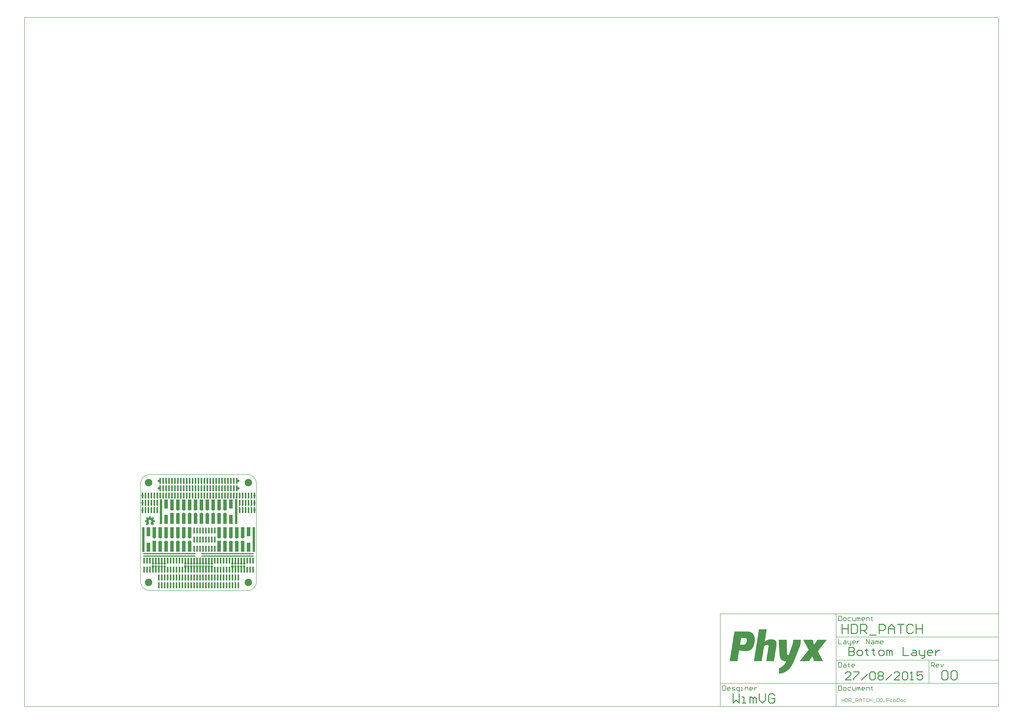
<source format=gbl>
G04 Layer_Physical_Order=2*
G04 Layer_Color=40191*
%FSLAX25Y25*%
%MOIN*%
G70*
G01*
G75*
%ADD10R,0.02953X0.09843*%
%ADD13C,0.01575*%
%ADD14R,0.03150X0.04134*%
%ADD15C,0.00787*%
%ADD16C,0.00984*%
%ADD17R,0.04134X0.04134*%
%ADD18C,0.04134*%
%ADD19R,0.06496X0.06496*%
%ADD20C,0.06496*%
%ADD21C,0.12598*%
%ADD22R,0.06496X0.15748*%
%ADD23R,0.04134X0.42008*%
%ADD24R,0.88583X0.01969*%
G36*
X20255Y111376D02*
Y111318D01*
X20197D01*
Y111376D01*
X20255D01*
D02*
G37*
G36*
X17108Y126237D02*
X17166D01*
Y126179D01*
X17224D01*
Y126120D01*
X17166D01*
Y126062D01*
X17224D01*
Y126004D01*
X17166D01*
Y125945D01*
X17224D01*
Y125887D01*
Y125829D01*
Y125771D01*
X17283D01*
Y125712D01*
Y125654D01*
Y125596D01*
Y125538D01*
Y125479D01*
X17341D01*
Y125421D01*
X17283D01*
Y125363D01*
X17341D01*
Y125304D01*
Y125246D01*
Y125188D01*
Y125129D01*
X17399D01*
Y125071D01*
Y125013D01*
Y124955D01*
Y124896D01*
X17458D01*
Y124838D01*
X17399D01*
Y124780D01*
X17458D01*
Y124722D01*
X17399D01*
Y124663D01*
X17458D01*
Y124605D01*
Y124547D01*
Y124488D01*
X17516D01*
Y124430D01*
Y124372D01*
Y124314D01*
X17574D01*
Y124255D01*
X17516D01*
Y124197D01*
X17574D01*
Y124139D01*
X17516D01*
Y124081D01*
X17574D01*
Y124022D01*
Y123964D01*
X17632D01*
Y123906D01*
Y123847D01*
X17807D01*
Y123789D01*
X17865D01*
Y123731D01*
X17924D01*
Y123789D01*
X17982D01*
Y123731D01*
X18157D01*
Y123673D01*
X18215D01*
Y123614D01*
X18390D01*
Y123556D01*
X18448D01*
Y123498D01*
X18623D01*
Y123440D01*
X18798D01*
Y123381D01*
X18973D01*
Y123323D01*
X19031D01*
Y123265D01*
X19322D01*
Y123323D01*
X19381D01*
Y123381D01*
X19556D01*
Y123440D01*
X19614D01*
Y123498D01*
X19672D01*
Y123556D01*
X19730D01*
Y123614D01*
X19905D01*
Y123673D01*
Y123731D01*
X20022D01*
Y123789D01*
X20080D01*
Y123847D01*
X20138D01*
Y123906D01*
X20197D01*
Y123964D01*
X20371D01*
Y124022D01*
X20430D01*
Y124081D01*
X20546D01*
Y124139D01*
X20605D01*
Y124197D01*
X20721D01*
Y124255D01*
X20779D01*
Y124314D01*
X20838D01*
Y124372D01*
X20896D01*
Y124430D01*
X21071D01*
Y124488D01*
X21129D01*
Y124547D01*
X21304D01*
Y124488D01*
X21362D01*
Y124430D01*
X21420D01*
Y124372D01*
X21479D01*
Y124314D01*
X21537D01*
Y124255D01*
X21595D01*
Y124197D01*
X21654D01*
Y124139D01*
X21712D01*
Y124081D01*
X21770D01*
Y124022D01*
X21828D01*
Y123964D01*
X21887D01*
Y123906D01*
X21945D01*
Y123847D01*
X22003D01*
Y123789D01*
X22061D01*
Y123731D01*
X22120D01*
Y123673D01*
X22178D01*
Y123614D01*
X22236D01*
Y123556D01*
X22295D01*
Y123498D01*
X22353D01*
Y123440D01*
X22411D01*
Y123381D01*
X22469D01*
Y123323D01*
X22528D01*
Y123265D01*
X22586D01*
Y123206D01*
X22644D01*
Y123148D01*
X22703D01*
Y123090D01*
X22761D01*
Y123031D01*
X22819D01*
Y122973D01*
X22877D01*
Y122915D01*
Y122857D01*
Y122798D01*
X22819D01*
Y122740D01*
X22761D01*
Y122682D01*
X22703D01*
Y122624D01*
Y122565D01*
Y122507D01*
X22644D01*
Y122449D01*
X22586D01*
Y122390D01*
X22528D01*
Y122332D01*
X22469D01*
Y122274D01*
X22411D01*
Y122216D01*
X22469D01*
Y122157D01*
X22411D01*
Y122099D01*
X22353D01*
Y122041D01*
X22295D01*
Y121983D01*
X22236D01*
Y121924D01*
X22178D01*
Y121866D01*
Y121808D01*
X22120D01*
Y121749D01*
Y121691D01*
X22061D01*
Y121633D01*
X22003D01*
Y121575D01*
X21945D01*
Y121516D01*
Y121458D01*
X21887D01*
Y121400D01*
Y121342D01*
X21828D01*
Y121283D01*
X21770D01*
Y121225D01*
X21712D01*
Y121167D01*
Y121108D01*
X21654D01*
Y121050D01*
Y120992D01*
X21595D01*
Y120933D01*
X21654D01*
Y120875D01*
X21595D01*
Y120817D01*
X21654D01*
Y120759D01*
Y120700D01*
X21712D01*
Y120642D01*
Y120584D01*
X21770D01*
Y120526D01*
Y120467D01*
Y120409D01*
X21828D01*
Y120351D01*
X21887D01*
Y120292D01*
X21828D01*
Y120234D01*
X21887D01*
Y120176D01*
X21945D01*
Y120118D01*
Y120059D01*
Y120001D01*
X22003D01*
Y119943D01*
Y119885D01*
Y119826D01*
X22061D01*
Y119768D01*
X22120D01*
Y119710D01*
Y119651D01*
Y119593D01*
X22178D01*
Y119535D01*
X22236D01*
Y119476D01*
X22178D01*
Y119418D01*
X22236D01*
Y119360D01*
X22295D01*
Y119302D01*
X22353D01*
Y119243D01*
X22411D01*
Y119185D01*
X22469D01*
Y119243D01*
X22528D01*
Y119185D01*
X22819D01*
Y119127D01*
X22877D01*
Y119185D01*
X22936D01*
Y119127D01*
X23110D01*
Y119069D01*
X23169D01*
Y119127D01*
X23227D01*
Y119069D01*
X23518D01*
Y119010D01*
X23577D01*
Y119069D01*
X23635D01*
Y119010D01*
X23693D01*
Y118952D01*
X23752D01*
Y119010D01*
X23810D01*
Y118952D01*
X24101D01*
Y118894D01*
X24160D01*
Y118952D01*
X24218D01*
Y118894D01*
X24393D01*
Y118835D01*
X24451D01*
Y118894D01*
X24509D01*
Y118835D01*
X24567D01*
Y118777D01*
X24626D01*
Y118719D01*
X24567D01*
Y118661D01*
X24626D01*
Y118602D01*
X24567D01*
Y118544D01*
X24626D01*
Y118486D01*
X24567D01*
Y118428D01*
X24626D01*
Y118369D01*
X24567D01*
Y118311D01*
X24626D01*
Y118253D01*
X24567D01*
Y118194D01*
X24626D01*
Y118136D01*
X24567D01*
Y118078D01*
X24626D01*
Y118020D01*
X24567D01*
Y117961D01*
X24626D01*
Y117903D01*
X24567D01*
Y117845D01*
X24626D01*
Y117787D01*
X24567D01*
Y117728D01*
X24626D01*
Y117670D01*
X24567D01*
Y117612D01*
X24626D01*
Y117553D01*
X24567D01*
Y117495D01*
X24626D01*
Y117437D01*
X24567D01*
Y117378D01*
X24626D01*
Y117320D01*
X24567D01*
Y117262D01*
X24626D01*
Y117204D01*
X24567D01*
Y117145D01*
X24626D01*
Y117087D01*
X24567D01*
Y117029D01*
X24626D01*
Y116971D01*
X24567D01*
Y116912D01*
X24626D01*
Y116854D01*
X24567D01*
Y116796D01*
X24626D01*
Y116737D01*
X24567D01*
Y116679D01*
X24626D01*
Y116621D01*
X24567D01*
Y116563D01*
Y116504D01*
Y116446D01*
X24393D01*
Y116388D01*
X24334D01*
Y116446D01*
X24276D01*
Y116388D01*
X24101D01*
Y116330D01*
X23810D01*
Y116271D01*
X23752D01*
Y116330D01*
X23693D01*
Y116271D01*
X23518D01*
Y116213D01*
X23227D01*
Y116155D01*
X23169D01*
Y116213D01*
X23110D01*
Y116155D01*
X22936D01*
Y116096D01*
X22877D01*
Y116155D01*
X22819D01*
Y116096D01*
X22528D01*
Y116038D01*
X22469D01*
Y116096D01*
X22411D01*
Y116038D01*
X22353D01*
Y115980D01*
X22295D01*
Y115922D01*
Y115863D01*
Y115805D01*
X22236D01*
Y115747D01*
X22178D01*
Y115689D01*
X22236D01*
Y115630D01*
X22178D01*
Y115572D01*
X22120D01*
Y115514D01*
Y115455D01*
Y115397D01*
X22061D01*
Y115339D01*
Y115280D01*
Y115222D01*
X22003D01*
Y115164D01*
X21945D01*
Y115106D01*
X22003D01*
Y115047D01*
X21945D01*
Y114989D01*
X21887D01*
Y114931D01*
Y114873D01*
Y114814D01*
X21828D01*
Y114756D01*
Y114698D01*
Y114639D01*
X21770D01*
Y114581D01*
X21712D01*
Y114523D01*
X21770D01*
Y114465D01*
X21712D01*
Y114406D01*
X21654D01*
Y114348D01*
Y114290D01*
Y114232D01*
Y114173D01*
X21712D01*
Y114115D01*
Y114057D01*
X21770D01*
Y113998D01*
X21828D01*
Y113940D01*
X21887D01*
Y113882D01*
Y113824D01*
X21945D01*
Y113765D01*
Y113707D01*
X22003D01*
Y113649D01*
X22061D01*
Y113591D01*
X22120D01*
Y113532D01*
X22178D01*
Y113474D01*
Y113416D01*
Y113357D01*
X22236D01*
Y113299D01*
X22295D01*
Y113241D01*
X22353D01*
Y113182D01*
X22411D01*
Y113124D01*
X22469D01*
Y113066D01*
Y113008D01*
X22528D01*
Y112949D01*
Y112891D01*
X22586D01*
Y112833D01*
X22644D01*
Y112775D01*
X22703D01*
Y112716D01*
Y112658D01*
X22761D01*
Y112600D01*
Y112541D01*
X22819D01*
Y112483D01*
X22877D01*
Y112425D01*
Y112367D01*
Y112308D01*
X22819D01*
Y112250D01*
X22761D01*
Y112192D01*
X22703D01*
Y112134D01*
X22644D01*
Y112075D01*
X22586D01*
Y112017D01*
X22528D01*
Y111959D01*
X22469D01*
Y111900D01*
X22411D01*
Y111842D01*
X22353D01*
Y111784D01*
X22295D01*
Y111725D01*
X22236D01*
Y111667D01*
X22178D01*
Y111609D01*
X22120D01*
Y111551D01*
X22061D01*
Y111492D01*
X22003D01*
Y111434D01*
X21945D01*
Y111376D01*
X21887D01*
Y111318D01*
X21828D01*
Y111259D01*
X21770D01*
Y111201D01*
X21712D01*
Y111143D01*
X21654D01*
Y111084D01*
X21595D01*
Y111026D01*
X21537D01*
Y110968D01*
X21479D01*
Y110910D01*
X21420D01*
Y110851D01*
X21362D01*
Y110793D01*
X21304D01*
Y110735D01*
X21129D01*
Y110793D01*
X21071D01*
Y110851D01*
X20896D01*
Y110910D01*
Y110968D01*
X20779D01*
Y111026D01*
X20721D01*
Y111084D01*
X20605D01*
Y111143D01*
X20546D01*
Y111201D01*
X20430D01*
Y111259D01*
X20371D01*
Y111318D01*
X20313D01*
Y111376D01*
X20255D01*
Y111434D01*
X20080D01*
Y111492D01*
X20022D01*
Y111551D01*
X19963D01*
Y111609D01*
X19905D01*
Y111667D01*
X19730D01*
Y111725D01*
X19672D01*
Y111784D01*
X19614D01*
Y111842D01*
X19556D01*
Y111900D01*
X19381D01*
Y111959D01*
X19322D01*
Y111900D01*
X19264D01*
Y111842D01*
X19089D01*
Y111784D01*
X19031D01*
Y111725D01*
X18973D01*
Y111667D01*
X18798D01*
Y111609D01*
X18740D01*
Y111551D01*
X18565D01*
Y111492D01*
X18507D01*
Y111551D01*
X18448D01*
Y111609D01*
X18390D01*
Y111667D01*
Y111725D01*
Y111784D01*
X18332D01*
Y111842D01*
Y111900D01*
X18273D01*
Y111959D01*
Y112017D01*
X18215D01*
Y112075D01*
Y112134D01*
Y112192D01*
X18157D01*
Y112250D01*
X18099D01*
Y112308D01*
X18157D01*
Y112367D01*
X18099D01*
Y112425D01*
X18040D01*
Y112483D01*
Y112541D01*
Y112600D01*
X17982D01*
Y112658D01*
Y112716D01*
Y112775D01*
X17924D01*
Y112833D01*
X17865D01*
Y112891D01*
Y112949D01*
Y113008D01*
X17807D01*
Y113066D01*
X17749D01*
Y113124D01*
X17807D01*
Y113182D01*
X17749D01*
Y113241D01*
X17691D01*
Y113299D01*
Y113357D01*
Y113416D01*
X17632D01*
Y113474D01*
X17691D01*
Y113532D01*
X17632D01*
Y113591D01*
X17574D01*
Y113649D01*
X17516D01*
Y113707D01*
X17574D01*
Y113765D01*
X17516D01*
Y113824D01*
X17458D01*
Y113882D01*
Y113940D01*
Y113998D01*
X17399D01*
Y114057D01*
Y114115D01*
X17341D01*
Y114173D01*
Y114232D01*
X17283D01*
Y114290D01*
X17341D01*
Y114348D01*
X17283D01*
Y114406D01*
X17224D01*
Y114465D01*
Y114523D01*
Y114581D01*
X17166D01*
Y114639D01*
Y114698D01*
Y114756D01*
X17108D01*
Y114814D01*
X17050D01*
Y114873D01*
Y114931D01*
Y114989D01*
X16991D01*
Y115047D01*
X16933D01*
Y115106D01*
X16991D01*
Y115164D01*
X16933D01*
Y115222D01*
X16875D01*
Y115280D01*
X16933D01*
Y115339D01*
Y115397D01*
Y115455D01*
X17108D01*
Y115514D01*
X17166D01*
Y115572D01*
X17224D01*
Y115630D01*
X17283D01*
Y115689D01*
X17458D01*
Y115747D01*
X17516D01*
Y115805D01*
X17574D01*
Y115863D01*
X17632D01*
Y115922D01*
X17691D01*
Y115980D01*
X17749D01*
Y116038D01*
X17807D01*
Y116096D01*
X17865D01*
Y116155D01*
Y116213D01*
Y116271D01*
X17982D01*
Y116330D01*
Y116388D01*
X18040D01*
Y116446D01*
X18099D01*
Y116504D01*
X18157D01*
Y116563D01*
X18099D01*
Y116621D01*
X18157D01*
Y116679D01*
X18215D01*
Y116737D01*
Y116796D01*
Y116854D01*
X18273D01*
Y116912D01*
Y116971D01*
Y117029D01*
X18332D01*
Y117087D01*
X18273D01*
Y117145D01*
X18332D01*
Y117204D01*
Y117262D01*
Y117320D01*
X18390D01*
Y117378D01*
X18332D01*
Y117437D01*
X18390D01*
Y117495D01*
X18332D01*
Y117553D01*
X18390D01*
Y117612D01*
X18332D01*
Y117670D01*
X18390D01*
Y117728D01*
X18332D01*
Y117787D01*
X18390D01*
Y117845D01*
X18332D01*
Y117903D01*
X18390D01*
Y117961D01*
X18332D01*
Y118020D01*
Y118078D01*
Y118136D01*
Y118194D01*
Y118253D01*
X18273D01*
Y118311D01*
X18215D01*
Y118369D01*
X18273D01*
Y118428D01*
X18215D01*
Y118486D01*
Y118544D01*
X18157D01*
Y118602D01*
Y118661D01*
X18099D01*
Y118719D01*
Y118777D01*
X18040D01*
Y118835D01*
Y118894D01*
X17982D01*
Y118952D01*
X17924D01*
Y119010D01*
X17865D01*
Y119069D01*
X17924D01*
Y119127D01*
X17807D01*
Y119185D01*
Y119243D01*
X17749D01*
Y119302D01*
X17691D01*
Y119360D01*
X17632D01*
Y119418D01*
X17574D01*
Y119476D01*
X17399D01*
Y119535D01*
X17458D01*
Y119593D01*
X17283D01*
Y119651D01*
X17224D01*
Y119710D01*
X17108D01*
Y119768D01*
X16991D01*
Y119826D01*
X16816D01*
Y119885D01*
X16758D01*
Y119943D01*
X16700D01*
Y119885D01*
X16642D01*
Y119943D01*
X16467D01*
Y120001D01*
X16292D01*
Y120059D01*
X16234D01*
Y120001D01*
X16175D01*
Y120059D01*
X16117D01*
Y120001D01*
X16059D01*
Y120059D01*
X16001D01*
Y120001D01*
X15942D01*
Y120059D01*
X15884D01*
Y120001D01*
X15826D01*
Y120059D01*
X15767D01*
Y120001D01*
X15709D01*
Y120059D01*
X15651D01*
Y120001D01*
X15476D01*
Y119943D01*
X15418D01*
Y120001D01*
X15360D01*
Y119943D01*
X15185D01*
Y119885D01*
X15126D01*
Y119826D01*
X15068D01*
Y119885D01*
X15010D01*
Y119826D01*
X14952D01*
Y119768D01*
X14893D01*
Y119710D01*
X14718D01*
Y119651D01*
X14660D01*
Y119593D01*
X14485D01*
Y119535D01*
X14427D01*
Y119476D01*
X14369D01*
Y119418D01*
X14311D01*
Y119360D01*
X14252D01*
Y119302D01*
X14194D01*
Y119243D01*
X14136D01*
Y119185D01*
X14077D01*
Y119127D01*
X14019D01*
Y119069D01*
Y119010D01*
X13961D01*
Y118952D01*
Y118894D01*
X13903D01*
Y118835D01*
X13844D01*
Y118777D01*
X13786D01*
Y118719D01*
X13844D01*
Y118661D01*
X13786D01*
Y118602D01*
X13728D01*
Y118544D01*
Y118486D01*
Y118428D01*
X13669D01*
Y118369D01*
X13728D01*
Y118311D01*
X13669D01*
Y118253D01*
X13611D01*
Y118194D01*
Y118136D01*
Y118078D01*
X13553D01*
Y118020D01*
X13611D01*
Y117961D01*
X13553D01*
Y117903D01*
X13611D01*
Y117845D01*
X13553D01*
Y117787D01*
X13611D01*
Y117728D01*
X13553D01*
Y117670D01*
X13611D01*
Y117612D01*
X13553D01*
Y117553D01*
X13611D01*
Y117495D01*
X13553D01*
Y117437D01*
X13611D01*
Y117378D01*
X13553D01*
Y117320D01*
X13611D01*
Y117262D01*
X13553D01*
Y117204D01*
X13611D01*
Y117145D01*
Y117087D01*
Y117029D01*
X13669D01*
Y116971D01*
Y116912D01*
Y116854D01*
X13728D01*
Y116796D01*
X13669D01*
Y116737D01*
X13728D01*
Y116679D01*
X13786D01*
Y116621D01*
X13844D01*
Y116563D01*
X13786D01*
Y116504D01*
X13844D01*
Y116446D01*
X13903D01*
Y116388D01*
X13961D01*
Y116330D01*
Y116271D01*
X14019D01*
Y116213D01*
Y116155D01*
X14077D01*
Y116096D01*
X14136D01*
Y116038D01*
X14194D01*
Y115980D01*
X14252D01*
Y115922D01*
X14311D01*
Y115863D01*
X14369D01*
Y115805D01*
X14427D01*
Y115747D01*
X14485D01*
Y115689D01*
X14602D01*
Y115630D01*
X14718D01*
Y115572D01*
X14777D01*
Y115514D01*
X14835D01*
Y115455D01*
X15010D01*
Y115397D01*
Y115339D01*
Y115280D01*
Y115222D01*
Y115164D01*
X14952D01*
Y115106D01*
Y115047D01*
Y114989D01*
X14893D01*
Y114931D01*
X14835D01*
Y114873D01*
X14893D01*
Y114814D01*
X14835D01*
Y114756D01*
X14777D01*
Y114698D01*
Y114639D01*
Y114581D01*
X14718D01*
Y114523D01*
Y114465D01*
Y114406D01*
X14660D01*
Y114348D01*
X14602D01*
Y114290D01*
Y114232D01*
Y114173D01*
X14544D01*
Y114115D01*
X14485D01*
Y114057D01*
X14544D01*
Y113998D01*
X14485D01*
Y113940D01*
X14427D01*
Y113882D01*
Y113824D01*
Y113765D01*
X14369D01*
Y113707D01*
X14427D01*
Y113649D01*
X14369D01*
Y113591D01*
X14311D01*
Y113532D01*
X14252D01*
Y113474D01*
X14311D01*
Y113416D01*
X14252D01*
Y113357D01*
X14194D01*
Y113299D01*
Y113241D01*
Y113182D01*
X14136D01*
Y113124D01*
Y113066D01*
X14077D01*
Y113008D01*
Y112949D01*
X14019D01*
Y112891D01*
X14077D01*
Y112833D01*
X14019D01*
Y112775D01*
X13961D01*
Y112716D01*
Y112658D01*
Y112600D01*
X13903D01*
Y112541D01*
Y112483D01*
Y112425D01*
X13844D01*
Y112367D01*
X13786D01*
Y112308D01*
Y112250D01*
Y112192D01*
X13728D01*
Y112134D01*
X13669D01*
Y112075D01*
X13728D01*
Y112017D01*
X13669D01*
Y111959D01*
X13611D01*
Y111900D01*
Y111842D01*
Y111784D01*
X13553D01*
Y111725D01*
Y111667D01*
Y111609D01*
X13495D01*
Y111551D01*
X13436D01*
Y111492D01*
X13378D01*
Y111551D01*
X13203D01*
Y111609D01*
X13145D01*
Y111667D01*
X12970D01*
Y111725D01*
X12912D01*
Y111784D01*
X12854D01*
Y111842D01*
X12795D01*
Y111784D01*
X12737D01*
Y111842D01*
X12679D01*
Y111900D01*
X12620D01*
Y111959D01*
X12562D01*
Y111900D01*
X12387D01*
Y111842D01*
X12329D01*
Y111784D01*
X12271D01*
Y111725D01*
X12212D01*
Y111667D01*
X12038D01*
Y111609D01*
X11979D01*
Y111551D01*
X11921D01*
Y111492D01*
X11863D01*
Y111434D01*
X11688D01*
Y111376D01*
X11630D01*
Y111318D01*
X11571D01*
Y111259D01*
X11513D01*
Y111201D01*
X11338D01*
Y111143D01*
X11280D01*
Y111084D01*
X11222D01*
Y111026D01*
X11163D01*
Y110968D01*
X11047D01*
Y110910D01*
X10989D01*
Y110851D01*
X10872D01*
Y110793D01*
X10814D01*
Y110735D01*
X10639D01*
Y110793D01*
X10581D01*
Y110851D01*
X10522D01*
Y110910D01*
X10464D01*
Y110968D01*
X10406D01*
Y111026D01*
X10348D01*
Y111084D01*
X10289D01*
Y111143D01*
X10231D01*
Y111201D01*
X10173D01*
Y111259D01*
X10114D01*
Y111318D01*
X10056D01*
Y111376D01*
X9998D01*
Y111434D01*
X9940D01*
Y111492D01*
X9881D01*
Y111551D01*
X9823D01*
Y111609D01*
X9765D01*
Y111667D01*
X9707D01*
Y111725D01*
X9648D01*
Y111784D01*
X9590D01*
Y111842D01*
X9532D01*
Y111900D01*
X9473D01*
Y111959D01*
X9415D01*
Y112017D01*
X9357D01*
Y112075D01*
X9298D01*
Y112134D01*
X9240D01*
Y112192D01*
X9182D01*
Y112250D01*
X9124D01*
Y112308D01*
X9065D01*
Y112367D01*
Y112425D01*
Y112483D01*
X9124D01*
Y112541D01*
X9182D01*
Y112600D01*
Y112658D01*
X9240D01*
Y112716D01*
Y112775D01*
X9298D01*
Y112833D01*
X9357D01*
Y112891D01*
X9415D01*
Y112949D01*
Y113008D01*
X9473D01*
Y113066D01*
Y113124D01*
X9532D01*
Y113182D01*
X9590D01*
Y113241D01*
X9648D01*
Y113299D01*
Y113357D01*
X9707D01*
Y113416D01*
Y113474D01*
X9765D01*
Y113532D01*
X9823D01*
Y113591D01*
X9881D01*
Y113649D01*
Y113707D01*
X9998D01*
Y113765D01*
X9940D01*
Y113824D01*
X9998D01*
Y113882D01*
X10056D01*
Y113940D01*
X10114D01*
Y113998D01*
X10173D01*
Y114057D01*
Y114115D01*
Y114173D01*
X10231D01*
Y114232D01*
X10289D01*
Y114290D01*
Y114348D01*
X10231D01*
Y114406D01*
Y114465D01*
X10173D01*
Y114523D01*
Y114581D01*
Y114639D01*
X10114D01*
Y114698D01*
X10056D01*
Y114756D01*
X10114D01*
Y114814D01*
X10056D01*
Y114873D01*
X9998D01*
Y114931D01*
Y114989D01*
Y115047D01*
X9940D01*
Y115106D01*
X9998D01*
Y115164D01*
X9940D01*
Y115222D01*
X9881D01*
Y115280D01*
X9823D01*
Y115339D01*
X9881D01*
Y115397D01*
X9823D01*
Y115455D01*
Y115514D01*
X9765D01*
Y115572D01*
Y115630D01*
X9707D01*
Y115689D01*
Y115747D01*
Y115805D01*
X9648D01*
Y115863D01*
X9590D01*
Y115922D01*
X9648D01*
Y115980D01*
X9590D01*
Y116038D01*
X9532D01*
Y116096D01*
X9473D01*
Y116038D01*
X9415D01*
Y116096D01*
X9124D01*
Y116155D01*
X9065D01*
Y116096D01*
X9007D01*
Y116155D01*
X8832D01*
Y116213D01*
X8774D01*
Y116155D01*
X8716D01*
Y116213D01*
X8424D01*
Y116271D01*
X8366D01*
Y116213D01*
X8308D01*
Y116271D01*
X8249D01*
Y116330D01*
X8191D01*
Y116271D01*
X8133D01*
Y116330D01*
X7842D01*
Y116388D01*
X7783D01*
Y116330D01*
X7725D01*
Y116388D01*
X7550D01*
Y116446D01*
X7375D01*
Y116504D01*
X7317D01*
Y116563D01*
Y116621D01*
Y116679D01*
Y116737D01*
Y116796D01*
Y116854D01*
Y116912D01*
Y116971D01*
Y117029D01*
Y117087D01*
Y117145D01*
Y117204D01*
Y117262D01*
Y117320D01*
Y117378D01*
Y117437D01*
Y117495D01*
Y117553D01*
Y117612D01*
Y117670D01*
Y117728D01*
Y117787D01*
Y117845D01*
Y117903D01*
Y117961D01*
Y118020D01*
Y118078D01*
Y118136D01*
Y118194D01*
Y118253D01*
Y118311D01*
Y118369D01*
Y118428D01*
Y118486D01*
Y118544D01*
Y118602D01*
Y118661D01*
Y118719D01*
Y118777D01*
X7375D01*
Y118835D01*
X7434D01*
Y118894D01*
X7492D01*
Y118835D01*
X7550D01*
Y118894D01*
X7725D01*
Y118952D01*
X7783D01*
Y118894D01*
X7842D01*
Y118952D01*
X8133D01*
Y119010D01*
X8191D01*
Y118952D01*
X8249D01*
Y119010D01*
X8308D01*
Y119069D01*
X8366D01*
Y119010D01*
X8424D01*
Y119069D01*
X8716D01*
Y119127D01*
X8774D01*
Y119069D01*
X8832D01*
Y119127D01*
X9007D01*
Y119185D01*
X9415D01*
Y119243D01*
X9590D01*
Y119302D01*
X9648D01*
Y119360D01*
X9707D01*
Y119418D01*
Y119476D01*
Y119535D01*
X9765D01*
Y119593D01*
Y119651D01*
X9823D01*
Y119710D01*
Y119768D01*
X9881D01*
Y119826D01*
Y119885D01*
Y119943D01*
X9940D01*
Y120001D01*
X9998D01*
Y120059D01*
Y120118D01*
Y120176D01*
X10056D01*
Y120234D01*
Y120292D01*
Y120351D01*
X10114D01*
Y120409D01*
Y120467D01*
X10173D01*
Y120526D01*
Y120584D01*
X10231D01*
Y120642D01*
Y120700D01*
Y120759D01*
X10289D01*
Y120817D01*
X10348D01*
Y120875D01*
X10289D01*
Y120933D01*
X10348D01*
Y120992D01*
X10289D01*
Y121050D01*
Y121108D01*
X10173D01*
Y121167D01*
X10231D01*
Y121225D01*
X10173D01*
Y121283D01*
X10114D01*
Y121342D01*
X10056D01*
Y121400D01*
X9998D01*
Y121458D01*
X9940D01*
Y121516D01*
Y121575D01*
Y121633D01*
X9881D01*
Y121691D01*
X9823D01*
Y121749D01*
X9765D01*
Y121808D01*
X9707D01*
Y121866D01*
X9765D01*
Y121924D01*
X9707D01*
Y121983D01*
X9648D01*
Y122041D01*
X9590D01*
Y122099D01*
X9532D01*
Y122157D01*
X9473D01*
Y122216D01*
Y122274D01*
X9415D01*
Y122332D01*
Y122390D01*
X9357D01*
Y122449D01*
X9298D01*
Y122507D01*
X9240D01*
Y122565D01*
Y122624D01*
X9182D01*
Y122682D01*
Y122740D01*
X9124D01*
Y122798D01*
X9065D01*
Y122857D01*
Y122915D01*
Y122973D01*
X9124D01*
Y123031D01*
X9182D01*
Y123090D01*
X9240D01*
Y123148D01*
X9298D01*
Y123206D01*
X9357D01*
Y123265D01*
X9415D01*
Y123323D01*
X9473D01*
Y123381D01*
X9532D01*
Y123440D01*
X9590D01*
Y123498D01*
X9648D01*
Y123556D01*
X9707D01*
Y123614D01*
X9765D01*
Y123673D01*
X9823D01*
Y123731D01*
X9881D01*
Y123789D01*
X9940D01*
Y123847D01*
X9998D01*
Y123906D01*
X10056D01*
Y123964D01*
X10114D01*
Y124022D01*
X10173D01*
Y124081D01*
X10231D01*
Y124139D01*
X10289D01*
Y124197D01*
X10348D01*
Y124255D01*
X10406D01*
Y124314D01*
X10464D01*
Y124372D01*
X10522D01*
Y124430D01*
X10581D01*
Y124488D01*
X10639D01*
Y124547D01*
X10814D01*
Y124488D01*
X10872D01*
Y124430D01*
X10989D01*
Y124372D01*
X11105D01*
Y124314D01*
X11163D01*
Y124255D01*
X11222D01*
Y124197D01*
X11338D01*
Y124139D01*
X11397D01*
Y124081D01*
X11513D01*
Y124022D01*
X11571D01*
Y123964D01*
X11630D01*
Y123906D01*
X11688D01*
Y123847D01*
X11863D01*
Y123789D01*
X11921D01*
Y123731D01*
X11979D01*
Y123673D01*
X12038D01*
Y123614D01*
X12212D01*
Y123556D01*
X12271D01*
Y123498D01*
X12329D01*
Y123440D01*
X12387D01*
Y123381D01*
X12562D01*
Y123323D01*
X12620D01*
Y123265D01*
X12795D01*
Y123323D01*
X12854D01*
Y123265D01*
X12912D01*
Y123323D01*
X12970D01*
Y123381D01*
X13145D01*
Y123440D01*
X13203D01*
Y123498D01*
X13262D01*
Y123440D01*
X13320D01*
Y123498D01*
X13378D01*
Y123556D01*
X13436D01*
Y123498D01*
X13495D01*
Y123556D01*
X13553D01*
Y123614D01*
X13728D01*
Y123673D01*
X13786D01*
Y123731D01*
X13961D01*
Y123789D01*
X14136D01*
Y123847D01*
X14311D01*
Y123906D01*
Y123964D01*
X14369D01*
Y124022D01*
Y124081D01*
Y124139D01*
Y124197D01*
X14427D01*
Y124255D01*
X14369D01*
Y124314D01*
X14427D01*
Y124372D01*
X14369D01*
Y124430D01*
X14427D01*
Y124488D01*
Y124547D01*
Y124605D01*
X14485D01*
Y124663D01*
Y124722D01*
Y124780D01*
X14544D01*
Y124838D01*
X14485D01*
Y124896D01*
X14544D01*
Y124955D01*
X14485D01*
Y125013D01*
X14544D01*
Y125071D01*
Y125129D01*
Y125188D01*
X14602D01*
Y125246D01*
Y125304D01*
Y125363D01*
X14660D01*
Y125421D01*
X14602D01*
Y125479D01*
X14660D01*
Y125538D01*
X14602D01*
Y125596D01*
X14660D01*
Y125654D01*
Y125712D01*
Y125771D01*
X14718D01*
Y125829D01*
X14660D01*
Y125887D01*
X14718D01*
Y125945D01*
Y126004D01*
Y126062D01*
X14777D01*
Y126120D01*
X14718D01*
Y126179D01*
X14777D01*
Y126237D01*
X14835D01*
Y126295D01*
X17108D01*
Y126237D01*
D02*
G37*
%LPC*%
G36*
X14893Y119826D02*
X14835D01*
Y119768D01*
X14893D01*
Y119826D01*
D02*
G37*
%LPD*%
G36*
X1121080Y-83717D02*
Y-84003D01*
Y-84290D01*
Y-84576D01*
Y-84862D01*
Y-85149D01*
Y-85435D01*
Y-85721D01*
Y-86007D01*
Y-86294D01*
Y-86580D01*
Y-86866D01*
Y-87153D01*
Y-87439D01*
Y-87725D01*
Y-88012D01*
Y-88298D01*
Y-88584D01*
Y-88871D01*
Y-89157D01*
Y-89443D01*
X1120793D01*
Y-89730D01*
Y-90016D01*
Y-90302D01*
Y-90588D01*
Y-90875D01*
X1120507D01*
Y-91161D01*
Y-91448D01*
Y-91734D01*
Y-92020D01*
X1120221D01*
Y-92306D01*
Y-92593D01*
Y-92879D01*
Y-93165D01*
X1119934D01*
Y-93452D01*
Y-93738D01*
Y-94024D01*
X1119648D01*
Y-94311D01*
Y-94597D01*
Y-94883D01*
X1119362D01*
Y-95170D01*
Y-95456D01*
Y-95742D01*
X1119075D01*
Y-96029D01*
Y-96315D01*
Y-96601D01*
X1118789D01*
Y-96887D01*
Y-97174D01*
X1118503D01*
Y-97460D01*
Y-97746D01*
X1118217D01*
Y-98033D01*
Y-98319D01*
Y-98605D01*
X1117930D01*
Y-98892D01*
Y-99178D01*
X1117644D01*
Y-99464D01*
Y-99751D01*
Y-100037D01*
X1117358D01*
Y-100323D01*
Y-100610D01*
X1117071D01*
Y-100896D01*
Y-101182D01*
Y-101468D01*
X1116785D01*
Y-101755D01*
Y-102041D01*
X1116499D01*
Y-102327D01*
Y-102614D01*
Y-102900D01*
X1116212D01*
Y-103186D01*
Y-103473D01*
X1115926D01*
Y-103759D01*
Y-104045D01*
Y-104332D01*
X1115640D01*
Y-104618D01*
Y-104904D01*
X1115353D01*
Y-105191D01*
Y-105477D01*
Y-105763D01*
X1115067D01*
Y-106049D01*
Y-106336D01*
X1114781D01*
Y-106622D01*
Y-106908D01*
Y-107195D01*
X1114494D01*
Y-107481D01*
Y-107767D01*
X1114208D01*
Y-108054D01*
Y-108340D01*
Y-108626D01*
X1113922D01*
Y-108913D01*
Y-109199D01*
X1113636D01*
Y-109485D01*
Y-109772D01*
Y-110058D01*
X1113349D01*
Y-110344D01*
Y-110630D01*
X1113063D01*
Y-110917D01*
Y-111203D01*
Y-111489D01*
X1112776D01*
Y-111776D01*
Y-112062D01*
X1112490D01*
Y-112348D01*
Y-112635D01*
Y-112921D01*
X1112204D01*
Y-113207D01*
Y-113494D01*
X1111918D01*
Y-113780D01*
Y-114066D01*
Y-114353D01*
X1111631D01*
Y-114639D01*
Y-114925D01*
X1111345D01*
Y-115211D01*
Y-115498D01*
Y-115784D01*
X1111059D01*
Y-116070D01*
Y-116357D01*
X1110772D01*
Y-116643D01*
Y-116929D01*
Y-117216D01*
X1110486D01*
Y-117502D01*
Y-117788D01*
X1110200D01*
Y-118075D01*
Y-118361D01*
Y-118647D01*
X1109913D01*
Y-118933D01*
Y-119220D01*
X1109627D01*
Y-119506D01*
Y-119792D01*
Y-120079D01*
X1109341D01*
Y-120365D01*
Y-120651D01*
X1109054D01*
Y-120938D01*
Y-121224D01*
X1108768D01*
Y-121510D01*
Y-121797D01*
X1108482D01*
Y-122083D01*
Y-122369D01*
Y-122656D01*
X1108195D01*
Y-122942D01*
X1107909D01*
Y-123228D01*
Y-123514D01*
Y-123801D01*
X1107623D01*
Y-124087D01*
X1107337D01*
Y-124373D01*
Y-124660D01*
X1107050D01*
Y-124946D01*
Y-125232D01*
X1106764D01*
Y-125519D01*
Y-125805D01*
X1106478D01*
Y-126091D01*
Y-126378D01*
X1106191D01*
Y-126664D01*
X1105905D01*
Y-126950D01*
Y-127237D01*
X1105619D01*
Y-127523D01*
Y-127809D01*
X1105332D01*
Y-128095D01*
X1105046D01*
Y-128382D01*
X1104760D01*
Y-128668D01*
Y-128954D01*
X1104473D01*
Y-129241D01*
X1104187D01*
Y-129527D01*
Y-129813D01*
X1103901D01*
Y-130100D01*
X1103615D01*
Y-130386D01*
X1103328D01*
Y-130672D01*
Y-130959D01*
X1103042D01*
Y-131245D01*
X1102756D01*
Y-131531D01*
X1102469D01*
Y-131818D01*
X1102183D01*
Y-132104D01*
X1101897D01*
Y-132390D01*
Y-132676D01*
X1101610D01*
Y-132963D01*
X1101324D01*
Y-133249D01*
X1101038D01*
Y-133535D01*
X1100751D01*
Y-133822D01*
X1100465D01*
Y-134108D01*
X1100179D01*
Y-134394D01*
X1099892D01*
Y-134681D01*
X1099320D01*
Y-134967D01*
X1099034D01*
Y-135253D01*
X1098747D01*
Y-135540D01*
X1098461D01*
Y-135826D01*
X1098175D01*
Y-136112D01*
X1097602D01*
Y-136399D01*
X1097316D01*
Y-136685D01*
X1096743D01*
Y-136971D01*
X1096457D01*
Y-137258D01*
X1095884D01*
Y-137544D01*
X1095598D01*
Y-137830D01*
X1095025D01*
Y-138117D01*
X1094452D01*
Y-138403D01*
X1093880D01*
Y-138689D01*
X1093307D01*
Y-138975D01*
X1092735D01*
Y-139262D01*
X1091876D01*
Y-139548D01*
X1091303D01*
Y-139834D01*
X1090444D01*
Y-140121D01*
X1089299D01*
Y-140407D01*
X1088154D01*
Y-140693D01*
X1086436D01*
Y-140980D01*
X1084432D01*
Y-141266D01*
X1084145D01*
Y-140980D01*
Y-140693D01*
Y-140407D01*
Y-140121D01*
Y-139834D01*
Y-139548D01*
Y-139262D01*
Y-138975D01*
Y-138689D01*
Y-138403D01*
Y-138117D01*
Y-137830D01*
Y-137544D01*
Y-137258D01*
Y-136971D01*
Y-136685D01*
Y-136399D01*
Y-136112D01*
Y-135826D01*
Y-135540D01*
Y-135253D01*
Y-134967D01*
Y-134681D01*
Y-134394D01*
Y-134108D01*
Y-133822D01*
Y-133535D01*
Y-133249D01*
Y-132963D01*
Y-132676D01*
Y-132390D01*
Y-132104D01*
Y-131818D01*
X1084718D01*
Y-131531D01*
X1085291D01*
Y-131245D01*
X1085863D01*
Y-130959D01*
X1086436D01*
Y-130672D01*
X1087008D01*
Y-130386D01*
X1087581D01*
Y-130100D01*
X1087867D01*
Y-129813D01*
X1088440D01*
Y-129527D01*
X1088726D01*
Y-129241D01*
X1089299D01*
Y-128954D01*
X1089585D01*
Y-128668D01*
X1089872D01*
Y-128382D01*
X1090444D01*
Y-128095D01*
X1090730D01*
Y-127809D01*
X1091017D01*
Y-127523D01*
X1091303D01*
Y-127237D01*
X1091589D01*
Y-126950D01*
X1091876D01*
Y-126664D01*
X1092162D01*
Y-126378D01*
X1092448D01*
Y-126091D01*
X1092735D01*
Y-125805D01*
X1093021D01*
Y-125519D01*
X1093307D01*
Y-125232D01*
X1093594D01*
Y-124946D01*
Y-124660D01*
X1093880D01*
Y-124373D01*
X1094166D01*
Y-124087D01*
X1094452D01*
Y-123801D01*
Y-123514D01*
X1094739D01*
Y-123228D01*
X1095025D01*
Y-122942D01*
Y-122656D01*
X1095311D01*
Y-122369D01*
Y-122083D01*
X1095598D01*
Y-121797D01*
X1095884D01*
Y-121510D01*
Y-121224D01*
X1096170D01*
Y-120938D01*
Y-120651D01*
X1096457D01*
Y-120365D01*
Y-120079D01*
X1094739D01*
Y-119792D01*
X1092735D01*
Y-119506D01*
X1091589D01*
Y-119220D01*
X1091017D01*
Y-118933D01*
X1090158D01*
Y-118647D01*
X1089585D01*
Y-118361D01*
X1089299D01*
Y-118075D01*
X1088726D01*
Y-117788D01*
X1088440D01*
Y-117502D01*
X1088154D01*
Y-117216D01*
X1087867D01*
Y-116929D01*
X1087581D01*
Y-116643D01*
X1087295D01*
Y-116357D01*
Y-116070D01*
X1087008D01*
Y-115784D01*
X1086722D01*
Y-115498D01*
Y-115211D01*
X1086436D01*
Y-114925D01*
Y-114639D01*
X1086149D01*
Y-114353D01*
Y-114066D01*
X1085863D01*
Y-113780D01*
Y-113494D01*
Y-113207D01*
X1085577D01*
Y-112921D01*
Y-112635D01*
Y-112348D01*
Y-112062D01*
X1085291D01*
Y-111776D01*
Y-111489D01*
Y-111203D01*
Y-110917D01*
Y-110630D01*
Y-110344D01*
Y-110058D01*
X1085004D01*
Y-109772D01*
Y-109485D01*
Y-109199D01*
Y-108913D01*
Y-108626D01*
Y-108340D01*
Y-108054D01*
Y-107767D01*
Y-107481D01*
Y-107195D01*
Y-106908D01*
Y-106622D01*
Y-106336D01*
Y-106049D01*
Y-105763D01*
X1084718D01*
Y-105477D01*
Y-105191D01*
Y-104904D01*
Y-104618D01*
Y-104332D01*
Y-104045D01*
Y-103759D01*
Y-103473D01*
Y-103186D01*
Y-102900D01*
Y-102614D01*
Y-102327D01*
Y-102041D01*
Y-101755D01*
Y-101468D01*
X1084432D01*
Y-101182D01*
Y-100896D01*
Y-100610D01*
Y-100323D01*
Y-100037D01*
Y-99751D01*
Y-99464D01*
Y-99178D01*
Y-98892D01*
Y-98605D01*
Y-98319D01*
Y-98033D01*
Y-97746D01*
Y-97460D01*
Y-97174D01*
Y-96887D01*
X1084145D01*
Y-96601D01*
Y-96315D01*
Y-96029D01*
Y-95742D01*
Y-95456D01*
Y-95170D01*
Y-94883D01*
Y-94597D01*
Y-94311D01*
Y-94024D01*
Y-93738D01*
Y-93452D01*
Y-93165D01*
Y-92879D01*
Y-92593D01*
Y-92306D01*
X1083859D01*
Y-92020D01*
Y-91734D01*
Y-91448D01*
Y-91161D01*
Y-90875D01*
Y-90588D01*
Y-90302D01*
Y-90016D01*
Y-89730D01*
Y-89443D01*
Y-89157D01*
Y-88871D01*
Y-88584D01*
Y-88298D01*
X1083573D01*
Y-88012D01*
Y-87725D01*
Y-87439D01*
Y-87153D01*
Y-86866D01*
Y-86580D01*
Y-86294D01*
Y-86007D01*
Y-85721D01*
Y-85435D01*
Y-85149D01*
Y-84862D01*
Y-84576D01*
Y-84290D01*
Y-84003D01*
Y-83717D01*
X1083286D01*
Y-83431D01*
X1097029D01*
Y-83717D01*
Y-84003D01*
Y-84290D01*
Y-84576D01*
Y-84862D01*
Y-85149D01*
Y-85435D01*
Y-85721D01*
Y-86007D01*
Y-86294D01*
Y-86580D01*
Y-86866D01*
Y-87153D01*
Y-87439D01*
X1097316D01*
Y-87725D01*
Y-88012D01*
Y-88298D01*
Y-88584D01*
Y-88871D01*
Y-89157D01*
Y-89443D01*
Y-89730D01*
Y-90016D01*
Y-90302D01*
Y-90588D01*
Y-90875D01*
Y-91161D01*
Y-91448D01*
Y-91734D01*
Y-92020D01*
Y-92306D01*
Y-92593D01*
Y-92879D01*
Y-93165D01*
Y-93452D01*
Y-93738D01*
Y-94024D01*
Y-94311D01*
Y-94597D01*
Y-94883D01*
Y-95170D01*
Y-95456D01*
Y-95742D01*
Y-96029D01*
Y-96315D01*
Y-96601D01*
Y-96887D01*
Y-97174D01*
Y-97460D01*
Y-97746D01*
Y-98033D01*
Y-98319D01*
Y-98605D01*
Y-98892D01*
Y-99178D01*
X1097602D01*
Y-99464D01*
X1097316D01*
Y-99751D01*
Y-100037D01*
X1097602D01*
Y-100323D01*
Y-100610D01*
Y-100896D01*
Y-101182D01*
Y-101468D01*
Y-101755D01*
Y-102041D01*
Y-102327D01*
Y-102614D01*
Y-102900D01*
Y-103186D01*
Y-103473D01*
Y-103759D01*
Y-104045D01*
Y-104332D01*
Y-104618D01*
Y-104904D01*
Y-105191D01*
Y-105477D01*
Y-105763D01*
Y-106049D01*
Y-106336D01*
Y-106622D01*
Y-106908D01*
Y-107195D01*
Y-107481D01*
X1097888D01*
Y-107767D01*
Y-108054D01*
Y-108340D01*
X1098175D01*
Y-108626D01*
X1098461D01*
Y-108913D01*
X1098747D01*
Y-109199D01*
X1099606D01*
Y-109485D01*
X1100465D01*
Y-109199D01*
X1100751D01*
Y-108913D01*
Y-108626D01*
Y-108340D01*
X1101038D01*
Y-108054D01*
Y-107767D01*
X1101324D01*
Y-107481D01*
Y-107195D01*
Y-106908D01*
X1101610D01*
Y-106622D01*
Y-106336D01*
Y-106049D01*
X1101897D01*
Y-105763D01*
Y-105477D01*
Y-105191D01*
X1102183D01*
Y-104904D01*
Y-104618D01*
Y-104332D01*
X1102469D01*
Y-104045D01*
Y-103759D01*
X1102756D01*
Y-103473D01*
Y-103186D01*
Y-102900D01*
X1103042D01*
Y-102614D01*
Y-102327D01*
Y-102041D01*
X1103328D01*
Y-101755D01*
Y-101468D01*
Y-101182D01*
X1103615D01*
Y-100896D01*
Y-100610D01*
X1103901D01*
Y-100323D01*
Y-100037D01*
Y-99751D01*
X1104187D01*
Y-99464D01*
Y-99178D01*
Y-98892D01*
X1104473D01*
Y-98605D01*
Y-98319D01*
Y-98033D01*
X1104760D01*
Y-97746D01*
Y-97460D01*
X1105046D01*
Y-97174D01*
Y-96887D01*
Y-96601D01*
X1105332D01*
Y-96315D01*
Y-96029D01*
Y-95742D01*
X1105619D01*
Y-95456D01*
Y-95170D01*
Y-94883D01*
X1105905D01*
Y-94597D01*
Y-94311D01*
X1106191D01*
Y-94024D01*
Y-93738D01*
Y-93452D01*
X1106478D01*
Y-93165D01*
Y-92879D01*
Y-92593D01*
X1106764D01*
Y-92306D01*
Y-92020D01*
Y-91734D01*
X1107050D01*
Y-91448D01*
Y-91161D01*
Y-90875D01*
Y-90588D01*
X1107337D01*
Y-90302D01*
Y-90016D01*
Y-89730D01*
Y-89443D01*
X1107623D01*
Y-89157D01*
Y-88871D01*
Y-88584D01*
Y-88298D01*
Y-88012D01*
X1107909D01*
Y-87725D01*
Y-87439D01*
Y-87153D01*
Y-86866D01*
Y-86580D01*
Y-86294D01*
X1108195D01*
Y-86007D01*
Y-85721D01*
Y-85435D01*
Y-85149D01*
Y-84862D01*
Y-84576D01*
Y-84290D01*
Y-84003D01*
Y-83717D01*
Y-83431D01*
X1121080D01*
Y-83717D01*
D02*
G37*
G36*
X1063244Y-66252D02*
Y-66538D01*
X1062958D01*
Y-66825D01*
Y-67111D01*
Y-67397D01*
Y-67684D01*
Y-67970D01*
Y-68256D01*
X1062672D01*
Y-68542D01*
Y-68829D01*
Y-69115D01*
Y-69401D01*
Y-69688D01*
Y-69974D01*
X1062385D01*
Y-70260D01*
Y-70547D01*
Y-70833D01*
Y-71119D01*
Y-71406D01*
Y-71692D01*
Y-71978D01*
X1062099D01*
Y-72264D01*
Y-72551D01*
Y-72837D01*
Y-73123D01*
Y-73410D01*
Y-73696D01*
X1061813D01*
Y-73982D01*
Y-74269D01*
Y-74555D01*
Y-74841D01*
Y-75128D01*
Y-75414D01*
X1061526D01*
Y-75700D01*
Y-75987D01*
Y-76273D01*
Y-76559D01*
Y-76846D01*
Y-77132D01*
Y-77418D01*
X1061240D01*
Y-77704D01*
Y-77991D01*
Y-78277D01*
Y-78563D01*
Y-78850D01*
Y-79136D01*
X1060954D01*
Y-79422D01*
Y-79709D01*
Y-79995D01*
Y-80281D01*
Y-80568D01*
Y-80854D01*
X1060668D01*
Y-81140D01*
Y-81427D01*
Y-81713D01*
Y-81999D01*
Y-82285D01*
Y-82572D01*
X1060381D01*
Y-82858D01*
Y-83144D01*
Y-83431D01*
Y-83717D01*
Y-84003D01*
Y-84290D01*
Y-84576D01*
X1060095D01*
Y-84862D01*
Y-85149D01*
Y-85435D01*
Y-85721D01*
Y-86007D01*
Y-86294D01*
X1059809D01*
Y-86580D01*
Y-86866D01*
X1060381D01*
Y-86580D01*
X1060668D01*
Y-86294D01*
X1060954D01*
Y-86007D01*
X1061526D01*
Y-85721D01*
X1061813D01*
Y-85435D01*
X1062099D01*
Y-85149D01*
X1062672D01*
Y-84862D01*
X1063244D01*
Y-84576D01*
X1063531D01*
Y-84290D01*
X1064103D01*
Y-84003D01*
X1064962D01*
Y-83717D01*
X1065535D01*
Y-83431D01*
X1066394D01*
Y-83144D01*
X1067825D01*
Y-82858D01*
X1074124D01*
Y-83144D01*
X1075270D01*
Y-83431D01*
X1076128D01*
Y-83717D01*
X1076701D01*
Y-84003D01*
X1076987D01*
Y-84290D01*
X1077560D01*
Y-84576D01*
X1077846D01*
Y-84862D01*
X1078133D01*
Y-85149D01*
X1078419D01*
Y-85435D01*
X1078705D01*
Y-85721D01*
Y-86007D01*
X1078992D01*
Y-86294D01*
Y-86580D01*
X1079278D01*
Y-86866D01*
Y-87153D01*
Y-87439D01*
X1079564D01*
Y-87725D01*
Y-88012D01*
Y-88298D01*
Y-88584D01*
X1079850D01*
Y-88871D01*
Y-89157D01*
Y-89443D01*
Y-89730D01*
Y-90016D01*
Y-90302D01*
Y-90588D01*
Y-90875D01*
Y-91161D01*
Y-91448D01*
Y-91734D01*
Y-92020D01*
Y-92306D01*
Y-92593D01*
Y-92879D01*
Y-93165D01*
Y-93452D01*
Y-93738D01*
X1079564D01*
Y-94024D01*
Y-94311D01*
Y-94597D01*
Y-94883D01*
Y-95170D01*
Y-95456D01*
Y-95742D01*
X1079278D01*
Y-96029D01*
Y-96315D01*
Y-96601D01*
Y-96887D01*
Y-97174D01*
Y-97460D01*
Y-97746D01*
X1078992D01*
Y-98033D01*
Y-98319D01*
Y-98605D01*
Y-98892D01*
Y-99178D01*
Y-99464D01*
X1078705D01*
Y-99751D01*
Y-100037D01*
Y-100323D01*
Y-100610D01*
Y-100896D01*
Y-101182D01*
X1078419D01*
Y-101468D01*
Y-101755D01*
Y-102041D01*
Y-102327D01*
Y-102614D01*
Y-102900D01*
X1078133D01*
Y-103186D01*
Y-103473D01*
Y-103759D01*
Y-104045D01*
Y-104332D01*
Y-104618D01*
Y-104904D01*
X1077846D01*
Y-105191D01*
Y-105477D01*
Y-105763D01*
Y-106049D01*
Y-106336D01*
Y-106622D01*
X1077560D01*
Y-106908D01*
Y-107195D01*
Y-107481D01*
Y-107767D01*
Y-108054D01*
Y-108340D01*
X1077274D01*
Y-108626D01*
Y-108913D01*
Y-109199D01*
Y-109485D01*
Y-109772D01*
Y-110058D01*
Y-110344D01*
X1076987D01*
Y-110630D01*
Y-110917D01*
Y-111203D01*
Y-111489D01*
Y-111776D01*
Y-112062D01*
X1076701D01*
Y-112348D01*
Y-112635D01*
Y-112921D01*
Y-113207D01*
Y-113494D01*
Y-113780D01*
X1076415D01*
Y-114066D01*
Y-114353D01*
Y-114639D01*
Y-114925D01*
Y-115211D01*
Y-115498D01*
X1076128D01*
Y-115784D01*
Y-116070D01*
Y-116357D01*
Y-116643D01*
Y-116929D01*
Y-117216D01*
Y-117502D01*
X1075842D01*
Y-117788D01*
Y-118075D01*
Y-118361D01*
Y-118647D01*
Y-118933D01*
Y-119220D01*
X1075556D01*
Y-119506D01*
Y-119792D01*
X1062385D01*
Y-119506D01*
Y-119220D01*
X1062672D01*
Y-118933D01*
Y-118647D01*
Y-118361D01*
Y-118075D01*
Y-117788D01*
Y-117502D01*
X1062958D01*
Y-117216D01*
Y-116929D01*
Y-116643D01*
Y-116357D01*
Y-116070D01*
Y-115784D01*
Y-115498D01*
X1063244D01*
Y-115211D01*
Y-114925D01*
Y-114639D01*
Y-114353D01*
Y-114066D01*
Y-113780D01*
X1063531D01*
Y-113494D01*
Y-113207D01*
Y-112921D01*
Y-112635D01*
Y-112348D01*
Y-112062D01*
X1063817D01*
Y-111776D01*
Y-111489D01*
Y-111203D01*
Y-110917D01*
Y-110630D01*
Y-110344D01*
Y-110058D01*
X1064103D01*
Y-109772D01*
Y-109485D01*
Y-109199D01*
Y-108913D01*
Y-108626D01*
Y-108340D01*
X1064390D01*
Y-108054D01*
Y-107767D01*
Y-107481D01*
Y-107195D01*
Y-106908D01*
Y-106622D01*
Y-106336D01*
X1064676D01*
Y-106049D01*
Y-105763D01*
Y-105477D01*
Y-105191D01*
Y-104904D01*
Y-104618D01*
X1064962D01*
Y-104332D01*
Y-104045D01*
Y-103759D01*
Y-103473D01*
Y-103186D01*
Y-102900D01*
X1065249D01*
Y-102614D01*
Y-102327D01*
Y-102041D01*
Y-101755D01*
Y-101468D01*
Y-101182D01*
X1065535D01*
Y-100896D01*
Y-100610D01*
Y-100323D01*
Y-100037D01*
Y-99751D01*
Y-99464D01*
Y-99178D01*
X1065821D01*
Y-98892D01*
Y-98605D01*
Y-98319D01*
Y-98033D01*
Y-97746D01*
Y-97460D01*
X1066107D01*
Y-97174D01*
Y-96887D01*
Y-96601D01*
Y-96315D01*
Y-96029D01*
Y-95742D01*
Y-95456D01*
X1066394D01*
Y-95170D01*
Y-94883D01*
Y-94597D01*
Y-94311D01*
Y-94024D01*
Y-93738D01*
X1066107D01*
Y-93452D01*
Y-93165D01*
X1065821D01*
Y-92879D01*
X1065535D01*
Y-92593D01*
X1064962D01*
Y-92306D01*
X1063244D01*
Y-92593D01*
X1061813D01*
Y-92879D01*
X1060954D01*
Y-93165D01*
X1060381D01*
Y-93452D01*
X1060095D01*
Y-93738D01*
X1059522D01*
Y-94024D01*
X1059236D01*
Y-94311D01*
X1058950D01*
Y-94597D01*
Y-94883D01*
X1058663D01*
Y-95170D01*
Y-95456D01*
Y-95742D01*
X1058377D01*
Y-96029D01*
Y-96315D01*
Y-96601D01*
Y-96887D01*
Y-97174D01*
Y-97460D01*
X1058091D01*
Y-97746D01*
Y-98033D01*
Y-98319D01*
Y-98605D01*
Y-98892D01*
Y-99178D01*
Y-99464D01*
X1057804D01*
Y-99751D01*
Y-100037D01*
Y-100323D01*
Y-100610D01*
Y-100896D01*
Y-101182D01*
X1057518D01*
Y-101468D01*
Y-101755D01*
Y-102041D01*
Y-102327D01*
Y-102614D01*
Y-102900D01*
X1057232D01*
Y-103186D01*
Y-103473D01*
Y-103759D01*
Y-104045D01*
Y-104332D01*
Y-104618D01*
X1056946D01*
Y-104904D01*
Y-105191D01*
Y-105477D01*
Y-105763D01*
Y-106049D01*
Y-106336D01*
Y-106622D01*
X1056659D01*
Y-106908D01*
Y-107195D01*
Y-107481D01*
Y-107767D01*
Y-108054D01*
Y-108340D01*
X1056373D01*
Y-108626D01*
Y-108913D01*
Y-109199D01*
Y-109485D01*
Y-109772D01*
Y-110058D01*
X1056087D01*
Y-110344D01*
Y-110630D01*
Y-110917D01*
Y-111203D01*
Y-111489D01*
Y-111776D01*
Y-112062D01*
X1055800D01*
Y-112348D01*
Y-112635D01*
Y-112921D01*
Y-113207D01*
Y-113494D01*
Y-113780D01*
X1055514D01*
Y-114066D01*
Y-114353D01*
Y-114639D01*
Y-114925D01*
Y-115211D01*
Y-115498D01*
X1055228D01*
Y-115784D01*
Y-116070D01*
Y-116357D01*
Y-116643D01*
Y-116929D01*
Y-117216D01*
X1054941D01*
Y-117502D01*
Y-117788D01*
Y-118075D01*
Y-118361D01*
Y-118647D01*
Y-118933D01*
Y-119220D01*
X1054655D01*
Y-119506D01*
Y-119792D01*
X1041485D01*
Y-119506D01*
Y-119220D01*
X1041771D01*
Y-118933D01*
Y-118647D01*
Y-118361D01*
Y-118075D01*
Y-117788D01*
Y-117502D01*
Y-117216D01*
X1042057D01*
Y-116929D01*
Y-116643D01*
Y-116357D01*
Y-116070D01*
Y-115784D01*
Y-115498D01*
X1042344D01*
Y-115211D01*
Y-114925D01*
Y-114639D01*
Y-114353D01*
Y-114066D01*
Y-113780D01*
X1042630D01*
Y-113494D01*
Y-113207D01*
Y-112921D01*
Y-112635D01*
Y-112348D01*
Y-112062D01*
Y-111776D01*
X1042916D01*
Y-111489D01*
Y-111203D01*
Y-110917D01*
Y-110630D01*
Y-110344D01*
Y-110058D01*
X1043202D01*
Y-109772D01*
Y-109485D01*
Y-109199D01*
Y-108913D01*
Y-108626D01*
Y-108340D01*
X1043489D01*
Y-108054D01*
Y-107767D01*
Y-107481D01*
Y-107195D01*
Y-106908D01*
Y-106622D01*
X1043775D01*
Y-106336D01*
Y-106049D01*
Y-105763D01*
Y-105477D01*
Y-105191D01*
Y-104904D01*
Y-104618D01*
X1044061D01*
Y-104332D01*
Y-104045D01*
Y-103759D01*
Y-103473D01*
Y-103186D01*
Y-102900D01*
X1044348D01*
Y-102614D01*
Y-102327D01*
Y-102041D01*
Y-101755D01*
Y-101468D01*
Y-101182D01*
X1044634D01*
Y-100896D01*
Y-100610D01*
Y-100323D01*
Y-100037D01*
Y-99751D01*
Y-99464D01*
Y-99178D01*
X1044920D01*
Y-98892D01*
Y-98605D01*
Y-98319D01*
Y-98033D01*
Y-97746D01*
Y-97460D01*
X1045207D01*
Y-97174D01*
Y-96887D01*
Y-96601D01*
Y-96315D01*
Y-96029D01*
Y-95742D01*
X1045493D01*
Y-95456D01*
Y-95170D01*
Y-94883D01*
Y-94597D01*
Y-94311D01*
Y-94024D01*
X1045779D01*
Y-93738D01*
Y-93452D01*
Y-93165D01*
Y-92879D01*
Y-92593D01*
Y-92306D01*
Y-92020D01*
X1046066D01*
Y-91734D01*
Y-91448D01*
Y-91161D01*
Y-90875D01*
Y-90588D01*
Y-90302D01*
X1046352D01*
Y-90016D01*
Y-89730D01*
Y-89443D01*
Y-89157D01*
Y-88871D01*
Y-88584D01*
X1046638D01*
Y-88298D01*
Y-88012D01*
Y-87725D01*
Y-87439D01*
Y-87153D01*
Y-86866D01*
X1046925D01*
Y-86580D01*
Y-86294D01*
Y-86007D01*
Y-85721D01*
Y-85435D01*
Y-85149D01*
Y-84862D01*
X1047211D01*
Y-84576D01*
Y-84290D01*
Y-84003D01*
Y-83717D01*
Y-83431D01*
Y-83144D01*
X1047497D01*
Y-82858D01*
Y-82572D01*
Y-82285D01*
Y-81999D01*
Y-81713D01*
Y-81427D01*
X1047783D01*
Y-81140D01*
Y-80854D01*
Y-80568D01*
Y-80281D01*
Y-79995D01*
Y-79709D01*
Y-79422D01*
X1048070D01*
Y-79136D01*
Y-78850D01*
Y-78563D01*
Y-78277D01*
Y-77991D01*
Y-77704D01*
X1048356D01*
Y-77418D01*
Y-77132D01*
Y-76846D01*
Y-76559D01*
Y-76273D01*
Y-75987D01*
X1048642D01*
Y-75700D01*
Y-75414D01*
Y-75128D01*
Y-74841D01*
Y-74555D01*
Y-74269D01*
X1048929D01*
Y-73982D01*
Y-73696D01*
Y-73410D01*
Y-73123D01*
Y-72837D01*
Y-72551D01*
Y-72264D01*
X1049215D01*
Y-71978D01*
Y-71692D01*
Y-71406D01*
Y-71119D01*
Y-70833D01*
Y-70547D01*
X1049501D01*
Y-70260D01*
Y-69974D01*
Y-69688D01*
Y-69401D01*
Y-69115D01*
Y-68829D01*
X1049788D01*
Y-68542D01*
Y-68256D01*
Y-67970D01*
Y-67684D01*
Y-67397D01*
Y-67111D01*
Y-66825D01*
X1050074D01*
Y-66538D01*
Y-66252D01*
Y-65966D01*
X1063244D01*
Y-66252D01*
D02*
G37*
G36*
X1032036Y-69688D02*
X1033754D01*
Y-69974D01*
X1034613D01*
Y-70260D01*
X1035472D01*
Y-70547D01*
X1036331D01*
Y-70833D01*
X1036904D01*
Y-71119D01*
X1037190D01*
Y-71406D01*
X1037763D01*
Y-71692D01*
X1038049D01*
Y-71978D01*
X1038622D01*
Y-72264D01*
X1038908D01*
Y-72551D01*
X1039194D01*
Y-72837D01*
X1039480D01*
Y-73123D01*
X1039767D01*
Y-73410D01*
X1040053D01*
Y-73696D01*
X1040339D01*
Y-73982D01*
Y-74269D01*
X1040626D01*
Y-74555D01*
X1040912D01*
Y-74841D01*
Y-75128D01*
X1041198D01*
Y-75414D01*
X1041485D01*
Y-75700D01*
Y-75987D01*
X1041771D01*
Y-76273D01*
Y-76559D01*
Y-76846D01*
X1042057D01*
Y-77132D01*
Y-77418D01*
Y-77704D01*
X1042344D01*
Y-77991D01*
Y-78277D01*
Y-78563D01*
Y-78850D01*
X1042630D01*
Y-79136D01*
Y-79422D01*
Y-79709D01*
Y-79995D01*
Y-80281D01*
X1042916D01*
Y-80568D01*
Y-80854D01*
Y-81140D01*
Y-81427D01*
Y-81713D01*
Y-81999D01*
Y-82285D01*
Y-82572D01*
Y-82858D01*
Y-83144D01*
Y-83431D01*
Y-83717D01*
Y-84003D01*
Y-84290D01*
Y-84576D01*
Y-84862D01*
Y-85149D01*
Y-85435D01*
Y-85721D01*
Y-86007D01*
X1042630D01*
Y-86294D01*
Y-86580D01*
Y-86866D01*
Y-87153D01*
Y-87439D01*
Y-87725D01*
Y-88012D01*
X1042344D01*
Y-88298D01*
Y-88584D01*
Y-88871D01*
Y-89157D01*
Y-89443D01*
X1042057D01*
Y-89730D01*
Y-90016D01*
Y-90302D01*
Y-90588D01*
Y-90875D01*
X1041771D01*
Y-91161D01*
Y-91448D01*
Y-91734D01*
X1041485D01*
Y-92020D01*
Y-92306D01*
Y-92593D01*
Y-92879D01*
X1041198D01*
Y-93165D01*
Y-93452D01*
Y-93738D01*
X1040912D01*
Y-94024D01*
Y-94311D01*
X1040626D01*
Y-94597D01*
Y-94883D01*
Y-95170D01*
X1040339D01*
Y-95456D01*
Y-95742D01*
X1040053D01*
Y-96029D01*
Y-96315D01*
X1039767D01*
Y-96601D01*
Y-96887D01*
X1039480D01*
Y-97174D01*
X1039194D01*
Y-97460D01*
Y-97746D01*
X1038908D01*
Y-98033D01*
X1038622D01*
Y-98319D01*
X1038335D01*
Y-98605D01*
Y-98892D01*
X1038049D01*
Y-99178D01*
X1037763D01*
Y-99464D01*
X1037476D01*
Y-99751D01*
X1037190D01*
Y-100037D01*
X1036904D01*
Y-100323D01*
X1036331D01*
Y-100610D01*
X1036045D01*
Y-100896D01*
X1035472D01*
Y-101182D01*
X1035186D01*
Y-101468D01*
X1034613D01*
Y-101755D01*
X1033754D01*
Y-102041D01*
X1032895D01*
Y-102327D01*
X1032036D01*
Y-102614D01*
X1030318D01*
Y-102900D01*
X1025165D01*
Y-102614D01*
X1022588D01*
Y-102327D01*
X1020584D01*
Y-102041D01*
X1019152D01*
Y-101755D01*
X1017721D01*
Y-101468D01*
X1016289D01*
Y-101755D01*
Y-102041D01*
Y-102327D01*
Y-102614D01*
Y-102900D01*
Y-103186D01*
Y-103473D01*
X1016003D01*
Y-103759D01*
Y-104045D01*
Y-104332D01*
Y-104618D01*
Y-104904D01*
Y-105191D01*
X1015716D01*
Y-105477D01*
Y-105763D01*
Y-106049D01*
Y-106336D01*
Y-106622D01*
Y-106908D01*
X1015430D01*
Y-107195D01*
Y-107481D01*
Y-107767D01*
Y-108054D01*
Y-108340D01*
Y-108626D01*
Y-108913D01*
X1015144D01*
Y-109199D01*
Y-109485D01*
Y-109772D01*
Y-110058D01*
Y-110344D01*
Y-110630D01*
X1014857D01*
Y-110917D01*
Y-111203D01*
Y-111489D01*
Y-111776D01*
Y-112062D01*
Y-112348D01*
X1014571D01*
Y-112635D01*
Y-112921D01*
Y-113207D01*
Y-113494D01*
Y-113780D01*
Y-114066D01*
Y-114353D01*
X1014285D01*
Y-114639D01*
Y-114925D01*
Y-115211D01*
Y-115498D01*
Y-115784D01*
Y-116070D01*
X1013999D01*
Y-116357D01*
Y-116643D01*
Y-116929D01*
Y-117216D01*
Y-117502D01*
Y-117788D01*
X1013712D01*
Y-118075D01*
Y-118361D01*
Y-118647D01*
Y-118933D01*
Y-119220D01*
Y-119506D01*
Y-119792D01*
X1000256D01*
Y-119506D01*
X1000542D01*
Y-119220D01*
Y-118933D01*
Y-118647D01*
Y-118361D01*
Y-118075D01*
X1000828D01*
Y-117788D01*
Y-117502D01*
Y-117216D01*
Y-116929D01*
Y-116643D01*
Y-116357D01*
Y-116070D01*
X1001114D01*
Y-115784D01*
Y-115498D01*
Y-115211D01*
Y-114925D01*
Y-114639D01*
Y-114353D01*
X1001401D01*
Y-114066D01*
Y-113780D01*
Y-113494D01*
Y-113207D01*
Y-112921D01*
Y-112635D01*
X1001687D01*
Y-112348D01*
Y-112062D01*
Y-111776D01*
Y-111489D01*
Y-111203D01*
Y-110917D01*
Y-110630D01*
X1001974D01*
Y-110344D01*
Y-110058D01*
Y-109772D01*
Y-109485D01*
Y-109199D01*
Y-108913D01*
X1002260D01*
Y-108626D01*
Y-108340D01*
Y-108054D01*
Y-107767D01*
Y-107481D01*
Y-107195D01*
X1002546D01*
Y-106908D01*
Y-106622D01*
Y-106336D01*
Y-106049D01*
Y-105763D01*
Y-105477D01*
X1002832D01*
Y-105191D01*
Y-104904D01*
Y-104618D01*
Y-104332D01*
Y-104045D01*
Y-103759D01*
Y-103473D01*
X1003119D01*
Y-103186D01*
Y-102900D01*
Y-102614D01*
Y-102327D01*
Y-102041D01*
Y-101755D01*
X1003405D01*
Y-101468D01*
Y-101182D01*
Y-100896D01*
Y-100610D01*
Y-100323D01*
Y-100037D01*
X1003691D01*
Y-99751D01*
Y-99464D01*
Y-99178D01*
Y-98892D01*
Y-98605D01*
Y-98319D01*
X1003978D01*
Y-98033D01*
Y-97746D01*
Y-97460D01*
Y-97174D01*
Y-96887D01*
Y-96601D01*
Y-96315D01*
X1004264D01*
Y-96029D01*
Y-95742D01*
Y-95456D01*
Y-95170D01*
Y-94883D01*
Y-94597D01*
X1004550D01*
Y-94311D01*
Y-94024D01*
Y-93738D01*
Y-93452D01*
Y-93165D01*
Y-92879D01*
X1004837D01*
Y-92593D01*
Y-92306D01*
Y-92020D01*
Y-91734D01*
Y-91448D01*
Y-91161D01*
Y-90875D01*
X1005123D01*
Y-90588D01*
Y-90302D01*
Y-90016D01*
Y-89730D01*
Y-89443D01*
Y-89157D01*
X1005409D01*
Y-88871D01*
Y-88584D01*
Y-88298D01*
Y-88012D01*
Y-87725D01*
Y-87439D01*
X1005696D01*
Y-87153D01*
Y-86866D01*
Y-86580D01*
Y-86294D01*
Y-86007D01*
Y-85721D01*
X1005982D01*
Y-85435D01*
Y-85149D01*
Y-84862D01*
Y-84576D01*
Y-84290D01*
Y-84003D01*
Y-83717D01*
X1006268D01*
Y-83431D01*
Y-83144D01*
Y-82858D01*
Y-82572D01*
Y-82285D01*
Y-81999D01*
X1006555D01*
Y-81713D01*
Y-81427D01*
Y-81140D01*
Y-80854D01*
Y-80568D01*
Y-80281D01*
X1006841D01*
Y-79995D01*
Y-79709D01*
Y-79422D01*
Y-79136D01*
Y-78850D01*
Y-78563D01*
Y-78277D01*
X1007127D01*
Y-77991D01*
Y-77704D01*
Y-77418D01*
Y-77132D01*
Y-76846D01*
Y-76559D01*
X1007413D01*
Y-76273D01*
Y-75987D01*
Y-75700D01*
Y-75414D01*
Y-75128D01*
Y-74841D01*
X1007700D01*
Y-74555D01*
Y-74269D01*
Y-73982D01*
Y-73696D01*
Y-73410D01*
Y-73123D01*
Y-72837D01*
X1007986D01*
Y-72551D01*
Y-72264D01*
Y-71978D01*
Y-71692D01*
Y-71406D01*
Y-71119D01*
X1008272D01*
Y-70833D01*
Y-70547D01*
Y-70260D01*
Y-69974D01*
Y-69688D01*
Y-69401D01*
X1032036D01*
Y-69688D01*
D02*
G37*
G36*
X1165172Y-83717D02*
X1164886D01*
Y-84003D01*
X1164599D01*
Y-84290D01*
Y-84576D01*
X1164313D01*
Y-84862D01*
X1164027D01*
Y-85149D01*
X1163740D01*
Y-85435D01*
Y-85721D01*
X1163454D01*
Y-86007D01*
X1163168D01*
Y-86294D01*
X1162881D01*
Y-86580D01*
X1162595D01*
Y-86866D01*
Y-87153D01*
X1162309D01*
Y-87439D01*
X1162022D01*
Y-87725D01*
X1161736D01*
Y-88012D01*
Y-88298D01*
X1161450D01*
Y-88584D01*
X1161163D01*
Y-88871D01*
X1160877D01*
Y-89157D01*
X1160591D01*
Y-89443D01*
Y-89730D01*
X1160305D01*
Y-90016D01*
X1160018D01*
Y-90302D01*
X1159732D01*
Y-90588D01*
Y-90875D01*
X1159445D01*
Y-91161D01*
X1159159D01*
Y-91448D01*
X1158873D01*
Y-91734D01*
Y-92020D01*
X1158587D01*
Y-92306D01*
X1158300D01*
Y-92593D01*
X1158014D01*
Y-92879D01*
X1157728D01*
Y-93165D01*
Y-93452D01*
X1157441D01*
Y-93738D01*
X1157155D01*
Y-94024D01*
X1156869D01*
Y-94311D01*
Y-94597D01*
X1156582D01*
Y-94883D01*
X1156296D01*
Y-95170D01*
X1156010D01*
Y-95456D01*
Y-95742D01*
X1155723D01*
Y-96029D01*
X1155437D01*
Y-96315D01*
X1155151D01*
Y-96601D01*
X1154865D01*
Y-96887D01*
Y-97174D01*
X1154578D01*
Y-97460D01*
X1154292D01*
Y-97746D01*
X1154006D01*
Y-98033D01*
Y-98319D01*
X1153719D01*
Y-98605D01*
X1153433D01*
Y-98892D01*
X1153147D01*
Y-99178D01*
Y-99464D01*
X1152860D01*
Y-99751D01*
X1152574D01*
Y-100037D01*
X1152288D01*
Y-100323D01*
X1152001D01*
Y-100610D01*
Y-100896D01*
X1151715D01*
Y-101182D01*
X1151429D01*
Y-101468D01*
X1151142D01*
Y-101755D01*
Y-102041D01*
X1150856D01*
Y-102327D01*
X1150570D01*
Y-102614D01*
X1150284D01*
Y-102900D01*
X1149997D01*
Y-103186D01*
Y-103473D01*
X1150284D01*
Y-103759D01*
Y-104045D01*
X1150570D01*
Y-104332D01*
Y-104618D01*
X1150856D01*
Y-104904D01*
X1151142D01*
Y-105191D01*
Y-105477D01*
X1151429D01*
Y-105763D01*
Y-106049D01*
X1151715D01*
Y-106336D01*
Y-106622D01*
X1152001D01*
Y-106908D01*
Y-107195D01*
X1152288D01*
Y-107481D01*
Y-107767D01*
X1152574D01*
Y-108054D01*
Y-108340D01*
X1152860D01*
Y-108626D01*
Y-108913D01*
X1153147D01*
Y-109199D01*
Y-109485D01*
X1153433D01*
Y-109772D01*
X1153719D01*
Y-110058D01*
Y-110344D01*
X1154006D01*
Y-110630D01*
Y-110917D01*
X1154292D01*
Y-111203D01*
Y-111489D01*
X1154578D01*
Y-111776D01*
Y-112062D01*
X1154865D01*
Y-112348D01*
Y-112635D01*
X1155151D01*
Y-112921D01*
Y-113207D01*
X1155437D01*
Y-113494D01*
Y-113780D01*
X1155723D01*
Y-114066D01*
X1156010D01*
Y-114353D01*
Y-114639D01*
X1156296D01*
Y-114925D01*
Y-115211D01*
X1156582D01*
Y-115498D01*
Y-115784D01*
X1156869D01*
Y-116070D01*
Y-116357D01*
X1157155D01*
Y-116643D01*
Y-116929D01*
X1157441D01*
Y-117216D01*
Y-117502D01*
X1157728D01*
Y-117788D01*
Y-118075D01*
X1158014D01*
Y-118361D01*
X1158300D01*
Y-118647D01*
Y-118933D01*
X1158587D01*
Y-119220D01*
Y-119506D01*
X1158873D01*
Y-119792D01*
X1143698D01*
Y-119506D01*
X1143412D01*
Y-119220D01*
Y-118933D01*
Y-118647D01*
X1143126D01*
Y-118361D01*
Y-118075D01*
Y-117788D01*
X1142839D01*
Y-117502D01*
Y-117216D01*
X1142553D01*
Y-116929D01*
Y-116643D01*
Y-116357D01*
X1142267D01*
Y-116070D01*
Y-115784D01*
Y-115498D01*
X1141980D01*
Y-115211D01*
Y-114925D01*
X1141694D01*
Y-114639D01*
Y-114353D01*
Y-114066D01*
X1141408D01*
Y-113780D01*
Y-113494D01*
Y-113207D01*
X1141121D01*
Y-112921D01*
Y-112635D01*
Y-112348D01*
X1140835D01*
Y-112062D01*
X1140263D01*
Y-112348D01*
Y-112635D01*
X1139976D01*
Y-112921D01*
X1139690D01*
Y-113207D01*
Y-113494D01*
X1139404D01*
Y-113780D01*
X1139117D01*
Y-114066D01*
Y-114353D01*
X1138831D01*
Y-114639D01*
X1138545D01*
Y-114925D01*
Y-115211D01*
X1138258D01*
Y-115498D01*
X1137972D01*
Y-115784D01*
X1137686D01*
Y-116070D01*
Y-116357D01*
X1137399D01*
Y-116643D01*
X1137113D01*
Y-116929D01*
Y-117216D01*
X1136827D01*
Y-117502D01*
X1136541D01*
Y-117788D01*
Y-118075D01*
X1136254D01*
Y-118361D01*
X1135968D01*
Y-118647D01*
Y-118933D01*
X1135682D01*
Y-119220D01*
X1135395D01*
Y-119506D01*
Y-119792D01*
X1119362D01*
Y-119506D01*
X1119648D01*
Y-119220D01*
X1119934D01*
Y-118933D01*
X1120221D01*
Y-118647D01*
X1120507D01*
Y-118361D01*
Y-118075D01*
X1120793D01*
Y-117788D01*
X1121080D01*
Y-117502D01*
X1121366D01*
Y-117216D01*
X1121652D01*
Y-116929D01*
Y-116643D01*
X1121939D01*
Y-116357D01*
X1122225D01*
Y-116070D01*
X1122511D01*
Y-115784D01*
Y-115498D01*
X1122797D01*
Y-115211D01*
X1123084D01*
Y-114925D01*
X1123370D01*
Y-114639D01*
X1123656D01*
Y-114353D01*
Y-114066D01*
X1123943D01*
Y-113780D01*
X1124229D01*
Y-113494D01*
X1124515D01*
Y-113207D01*
X1124802D01*
Y-112921D01*
Y-112635D01*
X1125088D01*
Y-112348D01*
X1125374D01*
Y-112062D01*
X1125661D01*
Y-111776D01*
Y-111489D01*
X1125947D01*
Y-111203D01*
X1126233D01*
Y-110917D01*
X1126519D01*
Y-110630D01*
X1126806D01*
Y-110344D01*
Y-110058D01*
X1127092D01*
Y-109772D01*
X1127378D01*
Y-109485D01*
X1127665D01*
Y-109199D01*
Y-108913D01*
X1127951D01*
Y-108626D01*
X1128237D01*
Y-108340D01*
X1128524D01*
Y-108054D01*
X1128810D01*
Y-107767D01*
Y-107481D01*
X1129096D01*
Y-107195D01*
X1129383D01*
Y-106908D01*
X1129669D01*
Y-106622D01*
Y-106336D01*
X1129955D01*
Y-106049D01*
X1130242D01*
Y-105763D01*
X1130528D01*
Y-105477D01*
X1130814D01*
Y-105191D01*
Y-104904D01*
X1131100D01*
Y-104618D01*
X1131387D01*
Y-104332D01*
X1131673D01*
Y-104045D01*
X1131960D01*
Y-103759D01*
Y-103473D01*
X1132246D01*
Y-103186D01*
X1132532D01*
Y-102900D01*
X1132818D01*
Y-102614D01*
Y-102327D01*
X1133105D01*
Y-102041D01*
X1133391D01*
Y-101755D01*
X1133677D01*
Y-101468D01*
X1133964D01*
Y-101182D01*
Y-100896D01*
X1134250D01*
Y-100610D01*
Y-100323D01*
Y-100037D01*
X1133964D01*
Y-99751D01*
X1133677D01*
Y-99464D01*
Y-99178D01*
X1133391D01*
Y-98892D01*
Y-98605D01*
X1133105D01*
Y-98319D01*
Y-98033D01*
X1132818D01*
Y-97746D01*
Y-97460D01*
X1132532D01*
Y-97174D01*
Y-96887D01*
X1132246D01*
Y-96601D01*
Y-96315D01*
X1131960D01*
Y-96029D01*
X1131673D01*
Y-95742D01*
Y-95456D01*
X1131387D01*
Y-95170D01*
Y-94883D01*
X1131100D01*
Y-94597D01*
Y-94311D01*
X1130814D01*
Y-94024D01*
Y-93738D01*
X1130528D01*
Y-93452D01*
Y-93165D01*
X1130242D01*
Y-92879D01*
Y-92593D01*
X1129955D01*
Y-92306D01*
X1129669D01*
Y-92020D01*
Y-91734D01*
X1129383D01*
Y-91448D01*
Y-91161D01*
X1129096D01*
Y-90875D01*
Y-90588D01*
X1128810D01*
Y-90302D01*
Y-90016D01*
X1128524D01*
Y-89730D01*
Y-89443D01*
X1128237D01*
Y-89157D01*
Y-88871D01*
X1127951D01*
Y-88584D01*
Y-88298D01*
X1127665D01*
Y-88012D01*
X1127378D01*
Y-87725D01*
Y-87439D01*
X1127092D01*
Y-87153D01*
Y-86866D01*
X1126806D01*
Y-86580D01*
Y-86294D01*
X1126519D01*
Y-86007D01*
Y-85721D01*
X1126233D01*
Y-85435D01*
Y-85149D01*
X1125947D01*
Y-84862D01*
Y-84576D01*
X1125661D01*
Y-84290D01*
X1125374D01*
Y-84003D01*
Y-83717D01*
X1125088D01*
Y-83431D01*
X1140835D01*
Y-83717D01*
X1141121D01*
Y-84003D01*
Y-84290D01*
Y-84576D01*
X1141408D01*
Y-84862D01*
Y-85149D01*
Y-85435D01*
X1141694D01*
Y-85721D01*
Y-86007D01*
Y-86294D01*
X1141980D01*
Y-86580D01*
Y-86866D01*
Y-87153D01*
X1142267D01*
Y-87439D01*
Y-87725D01*
Y-88012D01*
X1142553D01*
Y-88298D01*
Y-88584D01*
Y-88871D01*
X1142839D01*
Y-89157D01*
Y-89443D01*
Y-89730D01*
X1143126D01*
Y-90016D01*
Y-90302D01*
Y-90588D01*
X1143412D01*
Y-90875D01*
Y-91161D01*
Y-91448D01*
Y-91734D01*
X1143985D01*
Y-91448D01*
X1144271D01*
Y-91161D01*
X1144557D01*
Y-90875D01*
Y-90588D01*
X1144844D01*
Y-90302D01*
X1145130D01*
Y-90016D01*
Y-89730D01*
X1145416D01*
Y-89443D01*
X1145702D01*
Y-89157D01*
Y-88871D01*
X1145989D01*
Y-88584D01*
X1146275D01*
Y-88298D01*
Y-88012D01*
X1146561D01*
Y-87725D01*
X1146848D01*
Y-87439D01*
Y-87153D01*
X1147134D01*
Y-86866D01*
X1147420D01*
Y-86580D01*
Y-86294D01*
X1147707D01*
Y-86007D01*
X1147993D01*
Y-85721D01*
Y-85435D01*
X1148279D01*
Y-85149D01*
X1148566D01*
Y-84862D01*
Y-84576D01*
X1148852D01*
Y-84290D01*
X1149138D01*
Y-84003D01*
Y-83717D01*
X1149425D01*
Y-83431D01*
X1165172D01*
Y-83717D01*
D02*
G37*
%LPC*%
G36*
X1027742Y-80568D02*
X1019725D01*
Y-80854D01*
Y-81140D01*
Y-81427D01*
Y-81713D01*
Y-81999D01*
X1019438D01*
Y-82285D01*
Y-82572D01*
Y-82858D01*
Y-83144D01*
Y-83431D01*
Y-83717D01*
X1019152D01*
Y-84003D01*
Y-84290D01*
Y-84576D01*
Y-84862D01*
Y-85149D01*
Y-85435D01*
X1018866D01*
Y-85721D01*
Y-86007D01*
Y-86294D01*
Y-86580D01*
Y-86866D01*
Y-87153D01*
X1018580D01*
Y-87439D01*
Y-87725D01*
Y-88012D01*
Y-88298D01*
Y-88584D01*
Y-88871D01*
Y-89157D01*
X1018293D01*
Y-89443D01*
Y-89730D01*
Y-90016D01*
Y-90302D01*
Y-90588D01*
Y-90875D01*
X1018007D01*
Y-91161D01*
Y-91448D01*
Y-91734D01*
X1025165D01*
Y-91448D01*
X1026310D01*
Y-91161D01*
X1026883D01*
Y-90875D01*
X1027169D01*
Y-90588D01*
X1027455D01*
Y-90302D01*
X1027742D01*
Y-90016D01*
X1028028D01*
Y-89730D01*
Y-89443D01*
X1028314D01*
Y-89157D01*
Y-88871D01*
X1028601D01*
Y-88584D01*
Y-88298D01*
X1028887D01*
Y-88012D01*
Y-87725D01*
Y-87439D01*
Y-87153D01*
X1029173D01*
Y-86866D01*
Y-86580D01*
Y-86294D01*
Y-86007D01*
Y-85721D01*
X1029459D01*
Y-85435D01*
Y-85149D01*
Y-84862D01*
Y-84576D01*
Y-84290D01*
Y-84003D01*
Y-83717D01*
Y-83431D01*
Y-83144D01*
Y-82858D01*
Y-82572D01*
X1029173D01*
Y-82285D01*
Y-81999D01*
X1028887D01*
Y-81713D01*
Y-81427D01*
X1028601D01*
Y-81140D01*
X1028314D01*
Y-80854D01*
X1027742D01*
Y-80568D01*
D02*
G37*
%LPD*%
D10*
X20925Y50984D02*
D03*
X25925Y50984D02*
D03*
X30925D02*
D03*
X35925Y50984D02*
D03*
X40925Y50984D02*
D03*
X20926Y35630D02*
D03*
X25925Y35630D02*
D03*
X30926Y35630D02*
D03*
X35926D02*
D03*
X40925Y35630D02*
D03*
X175925D02*
D03*
X170926Y35630D02*
D03*
X165926D02*
D03*
X160925Y35630D02*
D03*
X155926Y35630D02*
D03*
X175925Y50984D02*
D03*
X170925Y50984D02*
D03*
X165925Y50984D02*
D03*
X160925D02*
D03*
X155925Y50984D02*
D03*
X120925Y50984D02*
D03*
X120925Y35630D02*
D03*
X115925Y50984D02*
D03*
X115925Y35630D02*
D03*
X110925Y50984D02*
D03*
X110925Y35630D02*
D03*
X105925Y50984D02*
D03*
X105925Y35630D02*
D03*
X100925D02*
D03*
X100925Y50984D02*
D03*
X75925Y50984D02*
D03*
X80925Y50984D02*
D03*
X85925D02*
D03*
X90925Y50984D02*
D03*
X95925Y50984D02*
D03*
X75926Y35630D02*
D03*
X80925Y35630D02*
D03*
X85926Y35630D02*
D03*
X90926D02*
D03*
X95925Y35630D02*
D03*
X125925Y35630D02*
D03*
X125925Y50984D02*
D03*
X130924D02*
D03*
X130925Y35630D02*
D03*
X135925D02*
D03*
X135924Y50984D02*
D03*
X140925Y35630D02*
D03*
X140925Y50984D02*
D03*
X145925Y35630D02*
D03*
X145924Y50984D02*
D03*
X150925Y35630D02*
D03*
X150925Y50984D02*
D03*
X70926Y35630D02*
D03*
X70926Y50984D02*
D03*
X65926D02*
D03*
X65926Y35630D02*
D03*
X60926D02*
D03*
X60926Y50984D02*
D03*
X55926Y35630D02*
D03*
X55926Y50984D02*
D03*
X50926Y35630D02*
D03*
X50926Y50984D02*
D03*
X45926Y35630D02*
D03*
X45926Y50984D02*
D03*
Y22245D02*
D03*
X50926D02*
D03*
X55926D02*
D03*
X60926D02*
D03*
X65926D02*
D03*
X70926D02*
D03*
X150925Y22245D02*
D03*
X145925D02*
D03*
X140925D02*
D03*
X135925D02*
D03*
X130925D02*
D03*
X125925D02*
D03*
X95926Y22245D02*
D03*
X90926Y22245D02*
D03*
X85926D02*
D03*
X80926Y22245D02*
D03*
X75926Y22245D02*
D03*
X100926Y22245D02*
D03*
X105926D02*
D03*
X110926D02*
D03*
X115926D02*
D03*
X120926D02*
D03*
X155926Y22245D02*
D03*
X160926Y22245D02*
D03*
X40926D02*
D03*
X35926Y22245D02*
D03*
X35926Y8859D02*
D03*
X40926Y8859D02*
D03*
X160926D02*
D03*
X155926Y8859D02*
D03*
X120926Y8859D02*
D03*
X115926D02*
D03*
X110926D02*
D03*
X105926D02*
D03*
X100926D02*
D03*
X75926Y8859D02*
D03*
X80926Y8859D02*
D03*
X85926Y8859D02*
D03*
X90926D02*
D03*
X95926Y8859D02*
D03*
X125926Y8859D02*
D03*
X130926D02*
D03*
X135926D02*
D03*
X140926D02*
D03*
X145926D02*
D03*
X150926D02*
D03*
X70927Y8859D02*
D03*
X65927D02*
D03*
X60927D02*
D03*
X55927D02*
D03*
X50927D02*
D03*
X45927D02*
D03*
X180925Y50984D02*
D03*
X185925Y50984D02*
D03*
X190925Y50984D02*
D03*
X180926Y35630D02*
D03*
X185926D02*
D03*
X190925Y35630D02*
D03*
X15926Y50984D02*
D03*
X10926Y50984D02*
D03*
X5926Y50984D02*
D03*
X15925Y35630D02*
D03*
X10925D02*
D03*
X5926Y35630D02*
D03*
X125925Y70984D02*
D03*
X95925Y70984D02*
D03*
X90926Y70984D02*
D03*
X100925Y70984D02*
D03*
X105925D02*
D03*
X110925D02*
D03*
X115925D02*
D03*
X120925D02*
D03*
X120925Y86338D02*
D03*
X115925D02*
D03*
X110925D02*
D03*
X105925D02*
D03*
X100925D02*
D03*
X95925D02*
D03*
X90925Y86338D02*
D03*
X125926Y86338D02*
D03*
X120924Y101692D02*
D03*
X115924D02*
D03*
X110924D02*
D03*
X105924D02*
D03*
X100924D02*
D03*
X95924D02*
D03*
X90925Y101692D02*
D03*
X125925Y101692D02*
D03*
X23431Y148818D02*
D03*
X28430Y148818D02*
D03*
X8431Y148817D02*
D03*
X18430Y148818D02*
D03*
X13431Y148818D02*
D03*
X28429Y161219D02*
D03*
X23429Y161219D02*
D03*
X13429D02*
D03*
X18429Y161219D02*
D03*
X8430Y161219D02*
D03*
X13432Y136416D02*
D03*
X18432Y136416D02*
D03*
X8433Y136416D02*
D03*
X28432Y136416D02*
D03*
X23432Y136416D02*
D03*
X3433Y136416D02*
D03*
X3430Y161219D02*
D03*
X3432Y148817D02*
D03*
X193419D02*
D03*
X193420Y161219D02*
D03*
X193417Y136416D02*
D03*
X173418Y136416D02*
D03*
X168419Y136416D02*
D03*
X188418Y136416D02*
D03*
X178419Y136416D02*
D03*
X183418Y136416D02*
D03*
X188421Y161219D02*
D03*
X178421Y161219D02*
D03*
X183421Y161219D02*
D03*
X173421D02*
D03*
X168421Y161219D02*
D03*
X183420Y148818D02*
D03*
X178420Y148818D02*
D03*
X188419Y148817D02*
D03*
X168420Y148818D02*
D03*
X173420Y148818D02*
D03*
X163422Y161219D02*
D03*
X33428D02*
D03*
X133423Y161219D02*
D03*
X138423Y161219D02*
D03*
X143423Y161219D02*
D03*
X153423D02*
D03*
X148423Y161219D02*
D03*
X158422Y161219D02*
D03*
X103425Y161219D02*
D03*
X108424Y161219D02*
D03*
X113424Y161219D02*
D03*
X123424D02*
D03*
X118424Y161219D02*
D03*
X128424Y161219D02*
D03*
X73426Y161219D02*
D03*
X78426Y161219D02*
D03*
X83426Y161219D02*
D03*
X93426D02*
D03*
X88426Y161219D02*
D03*
X98425Y161219D02*
D03*
X43428Y161219D02*
D03*
X48427Y161219D02*
D03*
X53427Y161219D02*
D03*
X63427D02*
D03*
X58427Y161219D02*
D03*
X68427Y161219D02*
D03*
X38428Y161219D02*
D03*
X68426Y173620D02*
D03*
X58427Y173620D02*
D03*
X63427Y173620D02*
D03*
X53427D02*
D03*
X48427Y173620D02*
D03*
X43427Y173620D02*
D03*
X98425Y173620D02*
D03*
X88426Y173620D02*
D03*
X93425Y173620D02*
D03*
X83425D02*
D03*
X78426Y173620D02*
D03*
X73426Y173620D02*
D03*
X128423Y173620D02*
D03*
X118424Y173620D02*
D03*
X123424Y173620D02*
D03*
X113424D02*
D03*
X108424Y173620D02*
D03*
X103425Y173620D02*
D03*
X148423Y173620D02*
D03*
X153422Y173620D02*
D03*
X143422D02*
D03*
X138423Y173620D02*
D03*
X133423Y173620D02*
D03*
X133423Y186021D02*
D03*
X138422Y186021D02*
D03*
X143422Y186021D02*
D03*
X153422D02*
D03*
X148422Y186021D02*
D03*
X103424Y186021D02*
D03*
X108424Y186021D02*
D03*
X113423Y186021D02*
D03*
X123423D02*
D03*
X118424Y186021D02*
D03*
X128423Y186021D02*
D03*
X73426Y186021D02*
D03*
X78425Y186021D02*
D03*
X83425Y186021D02*
D03*
X93425D02*
D03*
X88425Y186021D02*
D03*
X98425Y186021D02*
D03*
X43427Y186021D02*
D03*
X48427Y186021D02*
D03*
X53426Y186021D02*
D03*
X63426D02*
D03*
X58427Y186021D02*
D03*
X68426Y186021D02*
D03*
X165926Y8859D02*
D03*
X165925Y22245D02*
D03*
X30926Y8859D02*
D03*
X30926Y22245D02*
D03*
X163421Y186021D02*
D03*
X163421Y173620D02*
D03*
X33428Y186021D02*
D03*
X33428Y173620D02*
D03*
X38427Y186021D02*
D03*
X38428Y173620D02*
D03*
X158422Y186021D02*
D03*
X158421Y173620D02*
D03*
D13*
X1202756Y-96461D02*
Y-110236D01*
X1209643D01*
X1211939Y-107940D01*
Y-105645D01*
X1209643Y-103349D01*
X1202756D01*
X1209643D01*
X1211939Y-101053D01*
Y-98757D01*
X1209643Y-96461D01*
X1202756D01*
X1218827Y-110236D02*
X1223419D01*
X1225714Y-107940D01*
Y-103349D01*
X1223419Y-101053D01*
X1218827D01*
X1216531Y-103349D01*
Y-107940D01*
X1218827Y-110236D01*
X1232602Y-98757D02*
Y-101053D01*
X1230306D01*
X1234898D01*
X1232602D01*
Y-107940D01*
X1234898Y-110236D01*
X1244081Y-98757D02*
Y-101053D01*
X1241785D01*
X1246377D01*
X1244081D01*
Y-107940D01*
X1246377Y-110236D01*
X1255560D02*
X1260152D01*
X1262448Y-107940D01*
Y-103349D01*
X1260152Y-101053D01*
X1255560D01*
X1253265Y-103349D01*
Y-107940D01*
X1255560Y-110236D01*
X1267040D02*
Y-101053D01*
X1269335D01*
X1271631Y-103349D01*
Y-110236D01*
Y-103349D01*
X1273927Y-101053D01*
X1276223Y-103349D01*
Y-110236D01*
X1294590Y-96461D02*
Y-110236D01*
X1303773D01*
X1310661Y-101053D02*
X1315252D01*
X1317548Y-103349D01*
Y-110236D01*
X1310661D01*
X1308365Y-107940D01*
X1310661Y-105645D01*
X1317548D01*
X1322140Y-101053D02*
Y-107940D01*
X1324436Y-110236D01*
X1331323D01*
Y-112532D01*
X1329027Y-114828D01*
X1326732D01*
X1331323Y-110236D02*
Y-101053D01*
X1342803Y-110236D02*
X1338211D01*
X1335915Y-107940D01*
Y-103349D01*
X1338211Y-101053D01*
X1342803D01*
X1345098Y-103349D01*
Y-105645D01*
X1335915D01*
X1349690Y-101053D02*
Y-110236D01*
Y-105645D01*
X1351986Y-103349D01*
X1354282Y-101053D01*
X1356578D01*
X1005906Y-175202D02*
Y-190945D01*
X1011153Y-185697D01*
X1016401Y-190945D01*
Y-175202D01*
X1021649Y-190945D02*
X1026896D01*
X1024272D01*
Y-180450D01*
X1021649D01*
X1034768Y-190945D02*
Y-180450D01*
X1037391D01*
X1040015Y-183073D01*
Y-190945D01*
Y-183073D01*
X1042639Y-180450D01*
X1045263Y-183073D01*
Y-190945D01*
X1050511Y-175202D02*
Y-185697D01*
X1055758Y-190945D01*
X1061006Y-185697D01*
Y-175202D01*
X1076749Y-177826D02*
X1074125Y-175202D01*
X1068877D01*
X1066253Y-177826D01*
Y-188321D01*
X1068877Y-190945D01*
X1074125D01*
X1076749Y-188321D01*
Y-183073D01*
X1071501D01*
X1360236Y-138456D02*
X1362860Y-135832D01*
X1368108D01*
X1370732Y-138456D01*
Y-148951D01*
X1368108Y-151575D01*
X1362860D01*
X1360236Y-148951D01*
Y-138456D01*
X1375979D02*
X1378603Y-135832D01*
X1383851D01*
X1386475Y-138456D01*
Y-148951D01*
X1383851Y-151575D01*
X1378603D01*
X1375979Y-148951D01*
Y-138456D01*
X1206034Y-151575D02*
X1196850D01*
X1206034Y-142391D01*
Y-140096D01*
X1203738Y-137800D01*
X1199146D01*
X1196850Y-140096D01*
X1210625Y-137800D02*
X1219809D01*
Y-140096D01*
X1210625Y-149279D01*
Y-151575D01*
X1224401D02*
X1233584Y-142391D01*
X1238176Y-140096D02*
X1240471Y-137800D01*
X1245063D01*
X1247359Y-140096D01*
Y-149279D01*
X1245063Y-151575D01*
X1240471D01*
X1238176Y-149279D01*
Y-140096D01*
X1251951D02*
X1254247Y-137800D01*
X1258838D01*
X1261134Y-140096D01*
Y-142391D01*
X1258838Y-144687D01*
X1261134Y-146983D01*
Y-149279D01*
X1258838Y-151575D01*
X1254247D01*
X1251951Y-149279D01*
Y-146983D01*
X1254247Y-144687D01*
X1251951Y-142391D01*
Y-140096D01*
X1254247Y-144687D02*
X1258838D01*
X1265726Y-151575D02*
X1274909Y-142391D01*
X1288684Y-151575D02*
X1279501D01*
X1288684Y-142391D01*
Y-140096D01*
X1286388Y-137800D01*
X1281797D01*
X1279501Y-140096D01*
X1293276D02*
X1295572Y-137800D01*
X1300163D01*
X1302459Y-140096D01*
Y-149279D01*
X1300163Y-151575D01*
X1295572D01*
X1293276Y-149279D01*
Y-140096D01*
X1307051Y-151575D02*
X1311643D01*
X1309347D01*
Y-137800D01*
X1307051Y-140096D01*
X1327714Y-137800D02*
X1318530D01*
Y-144687D01*
X1323122Y-142391D01*
X1325418D01*
X1327714Y-144687D01*
Y-149279D01*
X1325418Y-151575D01*
X1320826D01*
X1318530Y-149279D01*
X1190945Y-57092D02*
Y-72835D01*
Y-64963D01*
X1201440D01*
Y-57092D01*
Y-72835D01*
X1206688Y-57092D02*
Y-72835D01*
X1214559D01*
X1217183Y-70211D01*
Y-59715D01*
X1214559Y-57092D01*
X1206688D01*
X1222431Y-72835D02*
Y-57092D01*
X1230302D01*
X1232926Y-59715D01*
Y-64963D01*
X1230302Y-67587D01*
X1222431D01*
X1227678D02*
X1232926Y-72835D01*
X1238174Y-75459D02*
X1248669D01*
X1253917Y-72835D02*
Y-57092D01*
X1261788D01*
X1264412Y-59715D01*
Y-64963D01*
X1261788Y-67587D01*
X1253917D01*
X1269660Y-72835D02*
Y-62339D01*
X1274907Y-57092D01*
X1280155Y-62339D01*
Y-72835D01*
Y-64963D01*
X1269660D01*
X1285402Y-57092D02*
X1295898D01*
X1290650D01*
Y-72835D01*
X1311641Y-59715D02*
X1309017Y-57092D01*
X1303769D01*
X1301145Y-59715D01*
Y-70211D01*
X1303769Y-72835D01*
X1309017D01*
X1311641Y-70211D01*
X1316888Y-57092D02*
Y-72835D01*
Y-64963D01*
X1327384D01*
Y-57092D01*
Y-72835D01*
D14*
X164329Y173622D02*
D03*
X164329Y186023D02*
D03*
X32521Y173618D02*
D03*
X32520Y186020D02*
D03*
D15*
X0Y15748D02*
G03*
X15748Y0I15748J0D01*
G01*
X181102D02*
G03*
X196850Y15748I0J15748D01*
G01*
X15748Y196850D02*
G03*
X0Y181102I0J-15748D01*
G01*
X196850D02*
G03*
X181102Y196850I-15748J0D01*
G01*
X15748Y0D02*
X181102D01*
X0Y15748D02*
Y181102D01*
X15748Y196850D02*
X181102D01*
X196850Y15748D02*
Y181102D01*
X1338583Y-157480D02*
Y-118110D01*
X1181102Y-78740D02*
X1456693D01*
X1181102Y-118110D02*
X1456693D01*
X984252Y-157480D02*
X1456693D01*
X984252Y-39370D02*
X1456693D01*
X984252Y-196850D02*
Y-39370D01*
X1181102Y-196850D02*
Y-39370D01*
X-196850Y972441D02*
X1456693D01*
Y-196850D02*
Y972441D01*
X-196850Y-196850D02*
Y972441D01*
Y-196850D02*
X1456693D01*
X1190945Y-183073D02*
Y-188976D01*
Y-186025D01*
X1194881D01*
Y-183073D01*
Y-188976D01*
X1196848Y-183073D02*
Y-188976D01*
X1199800D01*
X1200784Y-187993D01*
Y-184057D01*
X1199800Y-183073D01*
X1196848D01*
X1202752Y-188976D02*
Y-183073D01*
X1205704D01*
X1206688Y-184057D01*
Y-186025D01*
X1205704Y-187009D01*
X1202752D01*
X1204720D02*
X1206688Y-188976D01*
X1208656Y-189960D02*
X1212591D01*
X1214559Y-188976D02*
Y-183073D01*
X1217511D01*
X1218495Y-184057D01*
Y-186025D01*
X1217511Y-187009D01*
X1214559D01*
X1220463Y-188976D02*
Y-185041D01*
X1222431Y-183073D01*
X1224399Y-185041D01*
Y-188976D01*
Y-186025D01*
X1220463D01*
X1226367Y-183073D02*
X1230302D01*
X1228334D01*
Y-188976D01*
X1236206Y-184057D02*
X1235222Y-183073D01*
X1233254D01*
X1232270Y-184057D01*
Y-187993D01*
X1233254Y-188976D01*
X1235222D01*
X1236206Y-187993D01*
X1238174Y-183073D02*
Y-188976D01*
Y-186025D01*
X1242109D01*
Y-183073D01*
Y-188976D01*
X1244077Y-189960D02*
X1248013D01*
X1249981Y-184057D02*
X1250965Y-183073D01*
X1252933D01*
X1253917Y-184057D01*
Y-187993D01*
X1252933Y-188976D01*
X1250965D01*
X1249981Y-187993D01*
Y-184057D01*
X1255884D02*
X1256868Y-183073D01*
X1258836D01*
X1259820Y-184057D01*
Y-187993D01*
X1258836Y-188976D01*
X1256868D01*
X1255884Y-187993D01*
Y-184057D01*
X1261788Y-188976D02*
Y-187993D01*
X1262772D01*
Y-188976D01*
X1261788D01*
X1266708D02*
Y-183073D01*
X1269660D01*
X1270644Y-184057D01*
Y-186025D01*
X1269660Y-187009D01*
X1266708D01*
X1276547Y-185041D02*
X1273595D01*
X1272611Y-186025D01*
Y-187993D01*
X1273595Y-188976D01*
X1276547D01*
X1278515Y-183073D02*
Y-188976D01*
X1281467D01*
X1282451Y-187993D01*
Y-187009D01*
Y-186025D01*
X1281467Y-185041D01*
X1278515D01*
X1284418Y-183073D02*
Y-188976D01*
X1287370D01*
X1288354Y-187993D01*
Y-184057D01*
X1287370Y-183073D01*
X1284418D01*
X1291306Y-188976D02*
X1293274D01*
X1294258Y-187993D01*
Y-186025D01*
X1293274Y-185041D01*
X1291306D01*
X1290322Y-186025D01*
Y-187993D01*
X1291306Y-188976D01*
X1300161Y-185041D02*
X1297210D01*
X1296226Y-186025D01*
Y-187993D01*
X1297210Y-188976D01*
X1300161D01*
D16*
X1342520Y-129921D02*
Y-122050D01*
X1346455D01*
X1347767Y-123362D01*
Y-125986D01*
X1346455Y-127297D01*
X1342520D01*
X1345144D02*
X1347767Y-129921D01*
X1354327D02*
X1351703D01*
X1350391Y-128609D01*
Y-125986D01*
X1351703Y-124674D01*
X1354327D01*
X1355639Y-125986D01*
Y-127297D01*
X1350391D01*
X1358263Y-124674D02*
X1360886Y-129921D01*
X1363510Y-124674D01*
X988189Y-161420D02*
Y-169291D01*
X992125D01*
X993437Y-167979D01*
Y-162732D01*
X992125Y-161420D01*
X988189D01*
X999996Y-169291D02*
X997372D01*
X996060Y-167979D01*
Y-165356D01*
X997372Y-164044D01*
X999996D01*
X1001308Y-165356D01*
Y-166667D01*
X996060D01*
X1003932Y-169291D02*
X1007868D01*
X1009180Y-167979D01*
X1007868Y-166667D01*
X1005244D01*
X1003932Y-165356D01*
X1005244Y-164044D01*
X1009180D01*
X1014427Y-171915D02*
X1015739D01*
X1017051Y-170603D01*
Y-164044D01*
X1013115D01*
X1011803Y-165356D01*
Y-167979D01*
X1013115Y-169291D01*
X1017051D01*
X1019675D02*
X1022299D01*
X1020987D01*
Y-164044D01*
X1019675D01*
X1026235Y-169291D02*
Y-164044D01*
X1030170D01*
X1031482Y-165356D01*
Y-169291D01*
X1038042D02*
X1035418D01*
X1034106Y-167979D01*
Y-165356D01*
X1035418Y-164044D01*
X1038042D01*
X1039354Y-165356D01*
Y-166667D01*
X1034106D01*
X1041977Y-164044D02*
Y-169291D01*
Y-166667D01*
X1043289Y-165356D01*
X1044601Y-164044D01*
X1045913D01*
X1185039Y-43310D02*
Y-51181D01*
X1188975D01*
X1190287Y-49869D01*
Y-44622D01*
X1188975Y-43310D01*
X1185039D01*
X1194223Y-51181D02*
X1196847D01*
X1198158Y-49869D01*
Y-47245D01*
X1196847Y-45933D01*
X1194223D01*
X1192911Y-47245D01*
Y-49869D01*
X1194223Y-51181D01*
X1206030Y-45933D02*
X1202094D01*
X1200782Y-47245D01*
Y-49869D01*
X1202094Y-51181D01*
X1206030D01*
X1208654Y-45933D02*
Y-49869D01*
X1209966Y-51181D01*
X1213902D01*
Y-45933D01*
X1216525Y-51181D02*
Y-45933D01*
X1217837D01*
X1219149Y-47245D01*
Y-51181D01*
Y-47245D01*
X1220461Y-45933D01*
X1221773Y-47245D01*
Y-51181D01*
X1228333D02*
X1225709D01*
X1224397Y-49869D01*
Y-47245D01*
X1225709Y-45933D01*
X1228333D01*
X1229644Y-47245D01*
Y-48557D01*
X1224397D01*
X1232268Y-51181D02*
Y-45933D01*
X1236204D01*
X1237516Y-47245D01*
Y-51181D01*
X1241452Y-44622D02*
Y-45933D01*
X1240140D01*
X1242764D01*
X1241452D01*
Y-49869D01*
X1242764Y-51181D01*
X1185039Y-82680D02*
Y-90551D01*
X1190287D01*
X1194223Y-85303D02*
X1196847D01*
X1198158Y-86615D01*
Y-90551D01*
X1194223D01*
X1192911Y-89239D01*
X1194223Y-87927D01*
X1198158D01*
X1200782Y-85303D02*
Y-89239D01*
X1202094Y-90551D01*
X1206030D01*
Y-91863D01*
X1204718Y-93175D01*
X1203406D01*
X1206030Y-90551D02*
Y-85303D01*
X1212590Y-90551D02*
X1209966D01*
X1208654Y-89239D01*
Y-86615D01*
X1209966Y-85303D01*
X1212590D01*
X1213902Y-86615D01*
Y-87927D01*
X1208654D01*
X1216525Y-85303D02*
Y-90551D01*
Y-87927D01*
X1217837Y-86615D01*
X1219149Y-85303D01*
X1220461D01*
X1232268Y-90551D02*
Y-82680D01*
X1237516Y-90551D01*
Y-82680D01*
X1241452Y-85303D02*
X1244075D01*
X1245387Y-86615D01*
Y-90551D01*
X1241452D01*
X1240140Y-89239D01*
X1241452Y-87927D01*
X1245387D01*
X1248011Y-90551D02*
Y-85303D01*
X1249323D01*
X1250635Y-86615D01*
Y-90551D01*
Y-86615D01*
X1251947Y-85303D01*
X1253259Y-86615D01*
Y-90551D01*
X1259818D02*
X1257195D01*
X1255883Y-89239D01*
Y-86615D01*
X1257195Y-85303D01*
X1259818D01*
X1261130Y-86615D01*
Y-87927D01*
X1255883D01*
X1185039Y-122050D02*
Y-129921D01*
X1188975D01*
X1190287Y-128609D01*
Y-123362D01*
X1188975Y-122050D01*
X1185039D01*
X1194223Y-124674D02*
X1196847D01*
X1198158Y-125986D01*
Y-129921D01*
X1194223D01*
X1192911Y-128609D01*
X1194223Y-127297D01*
X1198158D01*
X1202094Y-123362D02*
Y-124674D01*
X1200782D01*
X1203406D01*
X1202094D01*
Y-128609D01*
X1203406Y-129921D01*
X1211278D02*
X1208654D01*
X1207342Y-128609D01*
Y-125986D01*
X1208654Y-124674D01*
X1211278D01*
X1212589Y-125986D01*
Y-127297D01*
X1207342D01*
X1185039Y-161420D02*
Y-169291D01*
X1188975D01*
X1190287Y-167979D01*
Y-162732D01*
X1188975Y-161420D01*
X1185039D01*
X1194223Y-169291D02*
X1196847D01*
X1198158Y-167979D01*
Y-165356D01*
X1196847Y-164044D01*
X1194223D01*
X1192911Y-165356D01*
Y-167979D01*
X1194223Y-169291D01*
X1206030Y-164044D02*
X1202094D01*
X1200782Y-165356D01*
Y-167979D01*
X1202094Y-169291D01*
X1206030D01*
X1208654Y-164044D02*
Y-167979D01*
X1209966Y-169291D01*
X1213902D01*
Y-164044D01*
X1216525Y-169291D02*
Y-164044D01*
X1217837D01*
X1219149Y-165356D01*
Y-169291D01*
Y-165356D01*
X1220461Y-164044D01*
X1221773Y-165356D01*
Y-169291D01*
X1228333D02*
X1225709D01*
X1224397Y-167979D01*
Y-165356D01*
X1225709Y-164044D01*
X1228333D01*
X1229644Y-165356D01*
Y-166667D01*
X1224397D01*
X1232268Y-169291D02*
Y-164044D01*
X1236204D01*
X1237516Y-165356D01*
Y-169291D01*
X1241452Y-162732D02*
Y-164044D01*
X1240140D01*
X1242764D01*
X1241452D01*
Y-167979D01*
X1242764Y-169291D01*
D17*
X75925Y40807D02*
D03*
X155925D02*
D03*
X20925D02*
D03*
D18*
X80925D02*
D03*
X85925D02*
D03*
X90925D02*
D03*
X95925D02*
D03*
Y45807D02*
D03*
X90925D02*
D03*
X85925D02*
D03*
X80925D02*
D03*
X75925D02*
D03*
X100925Y40807D02*
D03*
Y45807D02*
D03*
X105925D02*
D03*
Y40807D02*
D03*
X110925Y45807D02*
D03*
Y40807D02*
D03*
X115925Y45807D02*
D03*
Y40807D02*
D03*
X120925Y45807D02*
D03*
Y40807D02*
D03*
X160925D02*
D03*
X165925D02*
D03*
X170925D02*
D03*
X175925D02*
D03*
Y45807D02*
D03*
X170925D02*
D03*
X165925D02*
D03*
X160925D02*
D03*
X155925D02*
D03*
X25925Y40807D02*
D03*
X30925D02*
D03*
X35925D02*
D03*
X40925D02*
D03*
Y45807D02*
D03*
X35925D02*
D03*
X30925D02*
D03*
X25925D02*
D03*
X20925D02*
D03*
X193420Y161219D02*
D03*
X193419Y148817D02*
D03*
X193417Y136416D02*
D03*
X3430Y136416D02*
D03*
X3428Y148817D02*
D03*
X3427Y161219D02*
D03*
X165919Y173620D02*
D03*
X165918Y186021D02*
D03*
X30931Y173620D02*
D03*
X30931Y186021D02*
D03*
D19*
X133425Y81614D02*
D03*
X23425Y81614D02*
D03*
X53425Y128858D02*
D03*
D20*
X133425Y91614D02*
D03*
X143425Y81614D02*
D03*
Y91614D02*
D03*
X153425Y81614D02*
D03*
Y91614D02*
D03*
X163425Y81614D02*
D03*
Y91614D02*
D03*
X173425Y81614D02*
D03*
Y91614D02*
D03*
X83425Y91614D02*
D03*
Y81614D02*
D03*
X73425Y91614D02*
D03*
Y81614D02*
D03*
X63425Y91614D02*
D03*
Y81614D02*
D03*
X53425Y91614D02*
D03*
Y81614D02*
D03*
X43425Y91614D02*
D03*
Y81614D02*
D03*
X33425Y91614D02*
D03*
Y81614D02*
D03*
X23425Y91614D02*
D03*
X53425Y138858D02*
D03*
X63425Y128858D02*
D03*
Y138858D02*
D03*
X73425Y128858D02*
D03*
Y138858D02*
D03*
X83425Y128858D02*
D03*
Y138858D02*
D03*
X93425Y128858D02*
D03*
Y138858D02*
D03*
X103425Y128858D02*
D03*
Y138858D02*
D03*
X113425Y128858D02*
D03*
Y138858D02*
D03*
X123425Y128858D02*
D03*
Y138858D02*
D03*
X133425Y128858D02*
D03*
Y138858D02*
D03*
X143425Y128858D02*
D03*
Y138858D02*
D03*
D21*
X13780Y13780D02*
D03*
X183071D02*
D03*
Y183071D02*
D03*
X13780D02*
D03*
D22*
X23425Y73484D02*
D03*
X33425D02*
D03*
X43425D02*
D03*
X53425D02*
D03*
X63425D02*
D03*
X73425D02*
D03*
X83425D02*
D03*
X23425Y99744D02*
D03*
X33425D02*
D03*
X43425D02*
D03*
X53425D02*
D03*
X63425D02*
D03*
X73425D02*
D03*
X83425D02*
D03*
X173425Y99744D02*
D03*
X163425D02*
D03*
X153425D02*
D03*
X143425D02*
D03*
X133425D02*
D03*
Y73484D02*
D03*
X143425D02*
D03*
X153425D02*
D03*
X163425D02*
D03*
X173425D02*
D03*
X53425Y120728D02*
D03*
X63425D02*
D03*
X73425D02*
D03*
X83425D02*
D03*
X93425D02*
D03*
X103425D02*
D03*
X113425D02*
D03*
X123425D02*
D03*
X133425D02*
D03*
X143425D02*
D03*
Y146988D02*
D03*
X133425D02*
D03*
X123425D02*
D03*
X113425D02*
D03*
X103425D02*
D03*
X93425D02*
D03*
X83425D02*
D03*
X73425D02*
D03*
X63425D02*
D03*
X53425D02*
D03*
X183425Y73484D02*
D03*
Y99744D02*
D03*
X153425Y146988D02*
D03*
Y120728D02*
D03*
X43425Y146988D02*
D03*
Y120728D02*
D03*
X13425Y99744D02*
D03*
Y73484D02*
D03*
D23*
X192244Y86614D02*
D03*
X162244Y133858D02*
D03*
X34606D02*
D03*
X4606Y86614D02*
D03*
D24*
X49213Y58464D02*
D03*
Y62401D02*
D03*
X147638D02*
D03*
Y58464D02*
D03*
M02*

</source>
